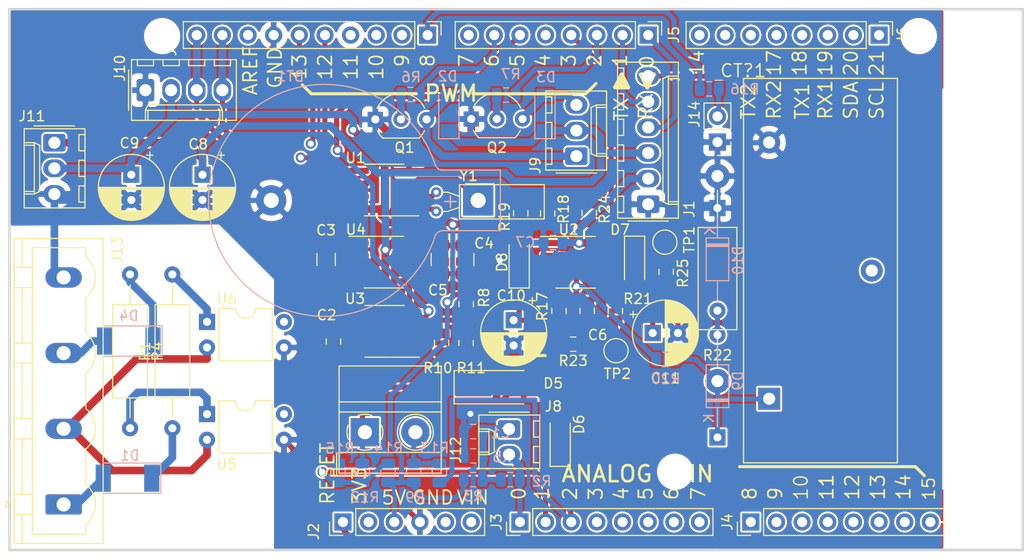
<source format=kicad_pcb>
(kicad_pcb (version 20171130) (host pcbnew 5.1.5+dfsg1-2build2)
  (layers (0 Top signal) (31 Bottom signal) (34 B.Paste user hide) (35 F.Paste user hide) (36 B.SilkS user) (37 F.SilkS user) (38 B.Mask user) (39 F.Mask user) (44 Edge.Cuts user))
  (net 0 "")
  (net 1 +5V)
  (net 2 GND)
  (net 3 +12V)
  (net 4 /L1_TEST)
  (net 5 /L2_TEST)
  (net 6 /N)
  (net 7 /PP_READ)
  (net 8 /PILOTREAD)
  (net 9 /AMP_READ)
  (net 10 "Net-(BT1-Pad1)")
  (net 11 /RST)
  (net 12 /TX)
  (net 13 /RX-I)
  (net 14 /GFCI_INT)
  (net 15 /PWM)
  (net 16 /SDA)
  (net 17 /SCL)
  (net 18 /AC_TEST_L1)
  (net 19 /AC_TEST_L2)
  (net 20 /PP)
  (net 21 /CP)
  (net 22 /AC_RELAY_1)
  (net 23 /GFCI_TEST)
  (net 24 /DC_RELAY_1)
  (net 25 /DC_RELAY_2)
  (net 26 "Net-(R21-Pad1)")
  (net 27 "Net-(U1-Pad7)")
  (net 28 "Net-(U1-Pad2)")
  (net 29 "Net-(U1-Pad1)")
  (net 30 "Net-(J2-Pad6)")
  (net 31 "Net-(J2-Pad5)")
  (net 32 "Net-(J2-Pad2)")
  (net 33 "Net-(Q1-Pad2)")
  (net 34 "Net-(Q2-Pad2)")
  (net 35 "Net-(J3-Pad8)")
  (net 36 "Net-(J3-Pad7)")
  (net 37 "Net-(J3-Pad6)")
  (net 38 "Net-(J3-Pad5)")
  (net 39 "Net-(J3-Pad4)")
  (net 40 "Net-(J4-Pad8)")
  (net 41 "Net-(J4-Pad7)")
  (net 42 "Net-(J4-Pad6)")
  (net 43 "Net-(J4-Pad5)")
  (net 44 "Net-(J4-Pad4)")
  (net 45 "Net-(J4-Pad3)")
  (net 46 "Net-(J4-Pad2)")
  (net 47 "Net-(J4-Pad1)")
  (net 48 "Net-(J5-Pad8)")
  (net 49 "Net-(J5-Pad5)")
  (net 50 "Net-(J6-Pad8)")
  (net 51 "Net-(J6-Pad7)")
  (net 52 "Net-(J6-Pad6)")
  (net 53 "Net-(J6-Pad5)")
  (net 54 "Net-(J6-Pad4)")
  (net 55 "Net-(J6-Pad3)")
  (net 56 "Net-(J6-Pad2)")
  (net 57 "Net-(J6-Pad1)")
  (net 58 "Net-(J7-Pad8)")
  (net 59 "Net-(J7-Pad3)")
  (net 60 "Net-(J7-Pad2)")
  (net 61 "Net-(C11-Pad1)")
  (net 62 "Net-(C1-Pad1)")
  (net 63 "Net-(C3-Pad2)")
  (net 64 "Net-(C3-Pad1)")
  (net 65 "Net-(C4-Pad1)")
  (net 66 "Net-(C10-Pad1)")
  (net 67 "Net-(C6-Pad1)")
  (net 68 "Net-(D1-Pad1)")
  (net 69 "Net-(D4-Pad1)")
  (net 70 "Net-(D10-Pad2)")
  (net 71 "Net-(D2-Pad2)")
  (net 72 "Net-(D3-Pad2)")
  (net 73 "Net-(D7-Pad2)")
  (net 74 "Net-(D8-Pad2)")
  (net 75 "Net-(R11-Pad1)")
  (net 76 "Net-(R10-Pad2)")
  (net 77 "Net-(U4-Pad7)")
  (net 78 "Net-(U4-Pad6)")
  (net 79 "Net-(U4-Pad1)")
  (net 80 "Net-(J14-Pad2)")
  (net 81 "Net-(R1-Pad2)")
  (net 82 "Net-(R4-Pad2)")
  (net 83 "Net-(CT?1-PadP$3)")
  (net 84 "Net-(CT?1-PadP$1)")
  (net 85 "Net-(U4-Pad3)")
  (module Resistor_THT:R_Axial_DIN0309_L9.0mm_D3.2mm_P15.24mm_Horizontal (layer Top) (at 113.411 119.7356 90)
    (fp_text reference R1 (at 7.62 -2.72 90) (layer F.SilkS))
    (fp_text value 330k)
    (pad 2 thru_hole oval (at 15.24 0 90) (size 1.6 1.6) (drill 0.8) (layers *.Cu *.Mask) (net 81 "Net-(R1-Pad2)"))
    (pad 1 thru_hole circle (at 0 0 90) (size 1.6 1.6) (drill 0.8) (layers *.Cu *.Mask) (net 68 "Net-(D1-Pad1)"))
  )
  (module Resistor_THT:R_Axial_DIN0309_L9.0mm_D3.2mm_P15.24mm_Horizontal (layer Top) (at 109.22 104.4956 270)
    (fp_text reference R4 (at 7.62 -2.72 90) (layer F.SilkS))
    (fp_text value 330k)
    (pad 2 thru_hole oval (at 15.24 0 270) (size 1.6 1.6) (drill 0.8) (layers *.Cu *.Mask) (net 82 "Net-(R4-Pad2)"))
    (pad 1 thru_hole circle (at 0 0 270) (size 1.6 1.6) (drill 0.8) (layers *.Cu *.Mask) (net 69 "Net-(D4-Pad1)"))
  )
  (module "" (layer Top) (at 163.195 124.0536)
    (fp_text reference @HOLE5 hide)
    (fp_text value "" (at 0 0) (layer F.SilkS) (effects (font (size 1.27 1.27))))
    (pad "" np_thru_hole circle (at 0 0) (size 3.2 3.2) (drill 3.2) (layers *.Cu *.Mask))
  )
  (module "" (layer Top) (at 187.325 80.8736)
    (fp_text reference @HOLE2 hide)
    (fp_text value "" (at 0 0) (layer F.SilkS) (effects (font (size 1.27 1.27))))
    (pad "" np_thru_hole circle (at 0 0) (size 3.2 3.2) (drill 3.2) (layers *.Cu *.Mask))
  )
  (module "" (layer Top) (at 112.395 80.8736)
    (fp_text reference @HOLE1 hide)
    (fp_text value "" (at 0 0) (layer F.SilkS) (effects (font (size 1.27 1.27))))
    (pad "" np_thru_hole circle (at 0 0) (size 3.2 3.2) (drill 3.2) (layers *.Cu *.Mask))
  )
  (module "" (layer Top) (at 111.125 129.1336)
    (fp_text reference @HOLE3 hide)
    (fp_text value "" (at 0 0) (layer F.SilkS) (effects (font (size 1.27 1.27))))
    (pad "" np_thru_hole circle (at 0 0) (size 3.2 3.2) (drill 3.2) (layers *.Cu *.Mask))
  )
  (module "" (layer Top) (at 193.675 129.1336)
    (fp_text reference @HOLE0 hide)
    (fp_text value "" (at 0 0) (layer F.SilkS) (effects (font (size 1.27 1.27))))
    (pad "" np_thru_hole circle (at 0 0) (size 3.2 3.2) (drill 3.2) (layers *.Cu *.Mask))
  )
  (module Diode_SMD:D_MELF (layer Bottom) (at 109.093 111.0996 180)
    (fp_text reference D4 (at 0 2.5) (layer B.SilkS) (effects (justify mirror)))
    (fp_text value SM4007)
    (pad 2 smd rect (at 2.4 0 180) (size 1.5 2.7) (layers Bottom B.Paste B.Mask) (net 5 /L2_TEST))
    (pad 1 smd rect (at -2.4 0 180) (size 1.5 2.7) (layers Bottom B.Paste B.Mask) (net 69 "Net-(D4-Pad1)"))
  )
  (module Package_DIP:DIP-4_W7.62mm (layer Top) (at 116.84 118.3386)
    (fp_text reference U5 (at 1.9685 4.9784) (layer F.SilkS))
    (fp_text value LTV-814)
    (pad 4 thru_hole oval (at 7.62 0) (size 1.6 1.6) (drill 0.8) (layers *.Cu *.Mask) (net 19 /AC_TEST_L2))
    (pad 2 thru_hole oval (at 0 2.54) (size 1.6 1.6) (drill 0.8) (layers *.Cu *.Mask) (net 6 /N))
    (pad 3 thru_hole oval (at 7.62 2.54) (size 1.6 1.6) (drill 0.8) (layers *.Cu *.Mask) (net 2 GND))
    (pad 1 thru_hole rect (at 0 0) (size 1.6 1.6) (drill 0.8) (layers *.Cu *.Mask) (net 82 "Net-(R4-Pad2)"))
  )
  (module Package_DIP:DIP-4_W7.62mm (layer Top) (at 116.84 109.1946)
    (fp_text reference U6 (at 1.9685 -2.2606) (layer F.SilkS))
    (fp_text value LTV-814)
    (pad 4 thru_hole oval (at 7.62 0) (size 1.6 1.6) (drill 0.8) (layers *.Cu *.Mask) (net 18 /AC_TEST_L1))
    (pad 2 thru_hole oval (at 0 2.54) (size 1.6 1.6) (drill 0.8) (layers *.Cu *.Mask) (net 6 /N))
    (pad 3 thru_hole oval (at 7.62 2.54) (size 1.6 1.6) (drill 0.8) (layers *.Cu *.Mask) (net 2 GND))
    (pad 1 thru_hole rect (at 0 0) (size 1.6 1.6) (drill 0.8) (layers *.Cu *.Mask) (net 81 "Net-(R1-Pad2)"))
  )
  (module Talema:AC1050 (layer Top) (at 172.5041 116.8146)
    (fp_text reference CT?1 (at -2.5781 -32.512 180) (layer F.SilkS) (effects (font (size 1.27 1.27))))
    (fp_text value AC1050 hide)
    (pad P$3 thru_hole circle (at 10.16 -12.7) (size 2.1844 2.1844) (drill 1.2) (layers *.Cu *.Mask) (net 83 "Net-(CT?1-PadP$3)"))
    (pad P$2 thru_hole circle (at 0 -25.4) (size 2.1844 2.1844) (drill 1.2) (layers *.Cu *.Mask) (net 2 GND))
    (pad P$1 thru_hole rect (at 0 0) (size 2.1844 2.1844) (drill 1.2) (layers *.Cu *.Mask) (net 84 "Net-(CT?1-PadP$1)"))
  )
  (module TerminalBlock_MetzConnect:TerminalBlock_MetzConnect_Type011_RT05502HBWC_1x02_P5.00mm_Horizontal (layer Top) (at 132.4737 120.1293)
    (fp_text reference J12 (at 9.0043 1.7653 90) (layer F.SilkS))
    (fp_text value PILOT)
    (pad 2 thru_hole circle (at 5 0) (size 2.8 2.8) (drill 1.4) (layers *.Cu *.Mask) (net 20 /PP))
    (pad 1 thru_hole rect (at 0 0) (size 2.8 2.8) (drill 1.4) (layers *.Cu *.Mask) (net 21 /CP))
  )
  (module Battery:BatteryHolder_Keystone_103_1x20mm (layer Bottom) (at 143.6878 97.155 180)
    (fp_text reference BT1 (at 18.5801 12.2936) (layer B.SilkS) (effects (justify mirror)))
    (fp_text value Battery_Cell)
    (fp_text user + (at 2.75 0) (layer B.SilkS) (effects (font (size 1.5 1.5)) (justify mirror)))
    (pad 1 thru_hole rect (at 0 0 180) (size 3 3) (drill 1.5) (layers *.Cu *.Mask) (net 10 "Net-(BT1-Pad1)"))
    (pad 2 thru_hole circle (at 20.49 0 180) (size 3 3) (drill 1.5) (layers *.Cu *.Mask) (net 2 GND))
  )
  (module Package_TO_SOT_THT:TO-92_Inline_Wide (layer Top) (at 133.5024 89.1286)
    (fp_text reference Q1 (at 2.8956 2.794) (layer F.SilkS))
    (fp_text value PN2222A)
    (pad 1 thru_hole rect (at 0 0 90) (size 1.5 1.5) (drill 0.8) (layers *.Cu *.Mask) (net 2 GND))
    (pad 3 thru_hole circle (at 5.08 0 90) (size 1.5 1.5) (drill 0.8) (layers *.Cu *.Mask) (net 71 "Net-(D2-Pad2)"))
    (pad 2 thru_hole circle (at 2.54 0 90) (size 1.5 1.5) (drill 0.8) (layers *.Cu *.Mask) (net 33 "Net-(Q1-Pad2)"))
  )
  (module Connector_PinHeader_2.54mm:PinHeader_1x02_P2.54mm_Vertical (layer Top) (at 167.386 91.3765 180)
    (fp_text reference J14 (at 2.286 2.7559 90) (layer F.SilkS))
    (fp_text value GFCI_TEST)
    (pad 2 thru_hole oval (at 0 2.54 180) (size 1.7 1.7) (drill 1) (layers *.Cu *.Mask) (net 80 "Net-(J14-Pad2)"))
    (pad 1 thru_hole rect (at 0 0 180) (size 1.7 1.7) (drill 1) (layers *.Cu *.Mask) (net 2 GND))
  )
  (module Package_SO:SOIC-8_3.9x4.9mm_P1.27mm (layer Top) (at 134.3533 103.2764)
    (fp_text reference U4 (at -2.7813 -3.2258) (layer F.SilkS))
    (fp_text value ICL7660)
    (pad 8 smd roundrect (at 2.475 -1.905) (size 1.95 0.6) (layers Top F.Paste F.Mask) (net 3 +12V))
    (pad 7 smd roundrect (at 2.475 -0.635) (size 1.95 0.6) (layers Top F.Paste F.Mask) (net 77 "Net-(U4-Pad7)"))
    (pad 6 smd roundrect (at 2.475 0.635) (size 1.95 0.6) (layers Top F.Paste F.Mask) (net 78 "Net-(U4-Pad6)"))
    (pad 5 smd roundrect (at 2.475 1.905) (size 1.95 0.6) (layers Top F.Paste F.Mask) (net 65 "Net-(C4-Pad1)"))
    (pad 4 smd roundrect (at -2.475 1.905) (size 1.95 0.6) (layers Top F.Paste F.Mask) (net 63 "Net-(C3-Pad2)"))
    (pad 3 smd roundrect (at -2.475 0.635) (size 1.95 0.6) (layers Top F.Paste F.Mask) (net 85 "Net-(U4-Pad3)"))
    (pad 2 smd roundrect (at -2.475 -0.635) (size 1.95 0.6) (layers Top F.Paste F.Mask) (net 64 "Net-(C3-Pad1)"))
    (pad 1 smd roundrect (at -2.475 -1.905) (size 1.95 0.6) (layers Top F.Paste F.Mask) (net 79 "Net-(U4-Pad1)"))
  )
  (module Package_SO:SOIC-8_3.9x4.9mm_P1.27mm (layer Top) (at 134.4168 110.1344 180)
    (fp_text reference U3 (at 2.921 3.2385) (layer F.SilkS))
    (fp_text value TL072)
    (pad 8 smd roundrect (at 2.475 -1.905 180) (size 1.95 0.6) (layers Top F.Paste F.Mask) (net 3 +12V))
    (pad 7 smd roundrect (at 2.475 -0.635 180) (size 1.95 0.6) (layers Top F.Paste F.Mask))
    (pad 6 smd roundrect (at 2.475 0.635 180) (size 1.95 0.6) (layers Top F.Paste F.Mask))
    (pad 5 smd roundrect (at 2.475 1.905 180) (size 1.95 0.6) (layers Top F.Paste F.Mask))
    (pad 4 smd roundrect (at -2.475 1.905 180) (size 1.95 0.6) (layers Top F.Paste F.Mask) (net 65 "Net-(C4-Pad1)"))
    (pad 3 smd roundrect (at -2.475 0.635 180) (size 1.95 0.6) (layers Top F.Paste F.Mask) (net 15 /PWM))
    (pad 2 smd roundrect (at -2.475 -0.635 180) (size 1.95 0.6) (layers Top F.Paste F.Mask) (net 75 "Net-(R11-Pad1)"))
    (pad 1 smd roundrect (at -2.475 -1.905 180) (size 1.95 0.6) (layers Top F.Paste F.Mask) (net 76 "Net-(R10-Pad2)"))
  )
  (module Crystal:Crystal_C38-LF_D3.0mm_L8.0mm_Horizontal (layer Top) (at 139.5349 98.2472 90)
    (fp_text reference Y1 (at 3.5306 3.2131) (layer F.SilkS))
    (fp_text value 32,768kHz)
    (pad 2 thru_hole circle (at 1.9 0 90) (size 1 1) (drill 0.5) (layers *.Cu *.Mask) (net 28 "Net-(U1-Pad2)"))
    (pad 1 thru_hole circle (at 0 0 90) (size 1 1) (drill 0.5) (layers *.Cu *.Mask) (net 29 "Net-(U1-Pad1)"))
  )
  (module Package_SO:SOIC-8_3.9x4.9mm_P1.27mm (layer Top) (at 134.366 96.1263 180)
    (fp_text reference U1 (at 2.8194 3.1877) (layer F.SilkS))
    (fp_text value DS1307Z+)
    (pad 8 smd roundrect (at 2.475 -1.905 180) (size 1.95 0.6) (layers Top F.Paste F.Mask) (net 1 +5V))
    (pad 7 smd roundrect (at 2.475 -0.635 180) (size 1.95 0.6) (layers Top F.Paste F.Mask) (net 27 "Net-(U1-Pad7)"))
    (pad 6 smd roundrect (at 2.475 0.635 180) (size 1.95 0.6) (layers Top F.Paste F.Mask) (net 17 /SCL))
    (pad 5 smd roundrect (at 2.475 1.905 180) (size 1.95 0.6) (layers Top F.Paste F.Mask) (net 16 /SDA))
    (pad 4 smd roundrect (at -2.475 1.905 180) (size 1.95 0.6) (layers Top F.Paste F.Mask) (net 2 GND))
    (pad 3 smd roundrect (at -2.475 0.635 180) (size 1.95 0.6) (layers Top F.Paste F.Mask) (net 10 "Net-(BT1-Pad1)"))
    (pad 2 smd roundrect (at -2.475 -0.635 180) (size 1.95 0.6) (layers Top F.Paste F.Mask) (net 28 "Net-(U1-Pad2)"))
    (pad 1 smd roundrect (at -2.475 -1.905 180) (size 1.95 0.6) (layers Top F.Paste F.Mask) (net 29 "Net-(U1-Pad1)"))
  )
  (module Package_SO:SOIC-8_3.9x4.9mm_P1.27mm (layer Top) (at 153.3398 103.2891)
    (fp_text reference U2 (at -0.6858 -3.2385) (layer F.SilkS))
    (fp_text value LM358)
    (pad 8 smd roundrect (at 2.475 -1.905) (size 1.95 0.6) (layers Top F.Paste F.Mask) (net 1 +5V))
    (pad 7 smd roundrect (at 2.475 -0.635) (size 1.95 0.6) (layers Top F.Paste F.Mask) (net 73 "Net-(D7-Pad2)"))
    (pad 6 smd roundrect (at 2.475 0.635) (size 1.95 0.6) (layers Top F.Paste F.Mask) (net 61 "Net-(C11-Pad1)"))
    (pad 5 smd roundrect (at 2.475 1.905) (size 1.95 0.6) (layers Top F.Paste F.Mask) (net 26 "Net-(R21-Pad1)"))
    (pad 4 smd roundrect (at -2.475 1.905) (size 1.95 0.6) (layers Top F.Paste F.Mask) (net 2 GND))
    (pad 3 smd roundrect (at -2.475 0.635) (size 1.95 0.6) (layers Top F.Paste F.Mask) (net 2 GND))
    (pad 2 smd roundrect (at -2.475 -0.635) (size 1.95 0.6) (layers Top F.Paste F.Mask) (net 67 "Net-(C6-Pad1)"))
    (pad 1 smd roundrect (at -2.475 -1.905) (size 1.95 0.6) (layers Top F.Paste F.Mask) (net 74 "Net-(D8-Pad2)"))
  )
  (module Connector_Phoenix_GMSTB:PhoenixContact_GMSTBVA_2,5_4-G_1x04_P7.50mm_Vertical (layer Top) (at 102.6414 127.2921 90)
    (fp_text reference J13 (at 25.2095 5.3086 270) (layer F.SilkS))
    (fp_text value MAINS)
    (pad 4 thru_hole oval (at 22.5 0 90) (size 2 3.6) (drill 1.4) (layers *.Cu *.Mask) (net 2 GND))
    (pad 3 thru_hole oval (at 15 0 90) (size 2 3.6) (drill 1.4) (layers *.Cu *.Mask) (net 5 /L2_TEST))
    (pad 2 thru_hole oval (at 7.5 0 90) (size 2 3.6) (drill 1.4) (layers *.Cu *.Mask) (net 6 /N))
    (pad 1 thru_hole roundrect (at 0 0 90) (size 2 3.6) (drill 1.4) (layers *.Cu *.Mask) (roundrect_rratio 0.125) (net 4 /L1_TEST))
  )
  (module Package_TO_SOT_THT:TO-92_Inline_Wide (layer Top) (at 143.002 89.0905)
    (fp_text reference Q2 (at 2.54 2.8321) (layer F.SilkS))
    (fp_text value PN2222A)
    (pad 1 thru_hole rect (at 0 0 90) (size 1.5 1.5) (drill 0.8) (layers *.Cu *.Mask) (net 2 GND))
    (pad 3 thru_hole circle (at 5.08 0 90) (size 1.5 1.5) (drill 0.8) (layers *.Cu *.Mask) (net 72 "Net-(D3-Pad2)"))
    (pad 2 thru_hole circle (at 2.54 0 90) (size 1.5 1.5) (drill 0.8) (layers *.Cu *.Mask) (net 34 "Net-(Q2-Pad2)"))
  )
  (module Diode_THT:D_DO-35_SOD27_P10.16mm_Horizontal (layer Bottom) (at 167.386 97.917 270)
    (fp_text reference D10 (at 5.1816 -2.032 90) (layer B.SilkS) (effects (justify mirror)))
    (fp_text value BZX55-4V7)
    (fp_text user K (at 2.2225 0.7112 270) (layer B.SilkS) (effects (justify mirror)))
    (pad 2 thru_hole oval (at 10.16 0 270) (size 1.6 1.6) (drill 0.8) (layers *.Cu *.Mask) (net 70 "Net-(D10-Pad2)"))
    (pad 1 thru_hole rect (at 0 0 270) (size 1.6 1.6) (drill 0.8) (layers *.Cu *.Mask) (net 2 GND))
  )
  (module Diode_THT:D_DO-35_SOD27_P10.16mm_Horizontal (layer Bottom) (at 167.386 120.65 90)
    (fp_text reference D9 (at 5.6134 2.032 270) (layer B.SilkS) (effects (justify mirror)))
    (fp_text value BZX55-4V7)
    (fp_text user K (at 1.8923 -0.8509 270) (layer B.SilkS) (effects (justify mirror)))
    (pad 2 thru_hole oval (at 10.16 0 90) (size 1.6 1.6) (drill 0.8) (layers *.Cu *.Mask) (net 70 "Net-(D10-Pad2)"))
    (pad 1 thru_hole rect (at 0 0 90) (size 1.6 1.6) (drill 0.8) (layers *.Cu *.Mask) (net 84 "Net-(CT?1-PadP$1)"))
  )
  (module Diode_SMD:D_MiniMELF (layer Top) (at 147.7518 103.2891 90)
    (fp_text reference D8 (at 0 -1.7018 90) (layer F.SilkS))
    (fp_text value LL4148)
    (pad 2 smd rect (at 1.75 0 90) (size 1.3 1.7) (layers Top F.Paste F.Mask) (net 74 "Net-(D8-Pad2)"))
    (pad 1 smd rect (at -1.75 0 90) (size 1.3 1.7) (layers Top F.Paste F.Mask) (net 66 "Net-(C10-Pad1)"))
  )
  (module Diode_SMD:D_MiniMELF (layer Top) (at 159.1818 103.251 270)
    (fp_text reference D7 (at -3.2004 1.4478 180) (layer F.SilkS))
    (fp_text value LL4148)
    (pad 2 smd rect (at 1.75 0 270) (size 1.3 1.7) (layers Top F.Paste F.Mask) (net 73 "Net-(D7-Pad2)"))
    (pad 1 smd rect (at -1.75 0 270) (size 1.3 1.7) (layers Top F.Paste F.Mask) (net 14 /GFCI_INT))
  )
  (module Diode_SMD:D_MiniMELF (layer Top) (at 151.8158 120.9675 90)
    (fp_text reference D6 (at 1.6129 1.8542 270) (layer F.SilkS))
    (fp_text value LL4148)
    (pad 2 smd rect (at 1.75 0 90) (size 1.3 1.7) (layers Top F.Paste F.Mask) (net 2 GND))
    (pad 1 smd rect (at -1.75 0 90) (size 1.3 1.7) (layers Top F.Paste F.Mask) (net 7 /PP_READ))
  )
  (module Diode_SMD:D_MiniMELF (layer Bottom) (at 150.3045 88.4835 90)
    (fp_text reference D3 (at 3.5459 0.1016 180) (layer B.SilkS) (effects (justify mirror)))
    (fp_text value LL4148)
    (pad 2 smd rect (at 1.75 0 90) (size 1.3 1.7) (layers Bottom B.Paste B.Mask) (net 72 "Net-(D3-Pad2)"))
    (pad 1 smd rect (at -1.75 0 90) (size 1.3 1.7) (layers Bottom B.Paste B.Mask) (net 3 +12V))
  )
  (module Diode_SMD:D_MiniMELF (layer Bottom) (at 140.7922 88.4936 90)
    (fp_text reference D2 (at 3.6322 -0.127 180) (layer B.SilkS) (effects (justify mirror)))
    (fp_text value LL4148)
    (pad 2 smd rect (at 1.75 0 90) (size 1.3 1.7) (layers Bottom B.Paste B.Mask) (net 71 "Net-(D2-Pad2)"))
    (pad 1 smd rect (at -1.75 0 90) (size 1.3 1.7) (layers Bottom B.Paste B.Mask) (net 3 +12V))
  )
  (module TestPoint:TestPoint_Pad_D2.0mm (layer Top) (at 157.3403 112.0521)
    (fp_text reference TP2 (at 0.1397 2.286) (layer F.SilkS))
    (fp_text value TestPoint_Alt)
    (pad 1 smd circle (at 0 0) (size 2 2) (layers Top F.Mask) (net 66 "Net-(C10-Pad1)"))
  )
  (module TestPoint:TestPoint_Pad_D2.0mm (layer Top) (at 162.179 101.2952)
    (fp_text reference TP1 (at 2.413 -0.2286 90) (layer F.SilkS))
    (fp_text value TestPoint_Alt)
    (pad 1 smd circle (at 0 0) (size 2 2) (layers Top F.Mask) (net 14 /GFCI_INT))
  )
  (module Diode_SMD:D_SMA_Handsoldering (layer Top) (at 145.7071 115.6716)
    (fp_text reference D5 (at 5.4102 -0.381) (layer F.SilkS))
    (fp_text value P6SMB16CA)
    (pad 2 smd rect (at 2.5 0) (size 3.5 1.8) (layers Top F.Paste F.Mask) (net 2 GND))
    (pad 1 smd rect (at -2.5 0) (size 3.5 1.8) (layers Top F.Paste F.Mask) (net 21 /CP))
  )
  (module Diode_SMD:D_MELF (layer Bottom) (at 108.966 124.6886 180)
    (fp_text reference D1 (at -0.2162 2.2606) (layer B.SilkS) (effects (justify mirror)))
    (fp_text value SM4007)
    (pad 2 smd rect (at 2.4 0 180) (size 1.5 2.7) (layers Bottom B.Paste B.Mask) (net 4 /L1_TEST))
    (pad 1 smd rect (at -2.4 0 180) (size 1.5 2.7) (layers Bottom B.Paste B.Mask) (net 68 "Net-(D1-Pad1)"))
  )
  (module Connector_Molex:Molex_KK-254_AE-6410-03A_1x03_P2.54mm_Vertical (layer Top) (at 101.727 91.44 270)
    (fp_text reference J11 (at -2.6289 2.2225 180) (layer F.SilkS))
    (fp_text value PSU)
    (pad 3 thru_hole oval (at 5.08 0 270) (size 1.74 2.2) (drill 1.2) (layers *.Cu *.Mask) (net 2 GND))
    (pad 2 thru_hole oval (at 2.54 0 270) (size 1.74 2.2) (drill 1.2) (layers *.Cu *.Mask) (net 1 +5V))
    (pad 1 thru_hole roundrect (at 0 0 270) (size 1.74 2.2) (drill 1.2) (layers *.Cu *.Mask) (roundrect_rratio 0.143678) (net 3 +12V))
  )
  (module Connector_Molex:Molex_KK-254_AE-6410-04A_1x04_P2.54mm_Vertical (layer Top) (at 110.744 86.233)
    (fp_text reference J10 (at -2.54 -2.1844 90) (layer F.SilkS))
    (fp_text value LCD)
    (pad 4 thru_hole oval (at 7.62 0) (size 1.74 2.2) (drill 1.2) (layers *.Cu *.Mask) (net 16 /SDA))
    (pad 3 thru_hole oval (at 5.08 0) (size 1.74 2.2) (drill 1.2) (layers *.Cu *.Mask) (net 17 /SCL))
    (pad 2 thru_hole oval (at 2.54 0) (size 1.74 2.2) (drill 1.2) (layers *.Cu *.Mask) (net 1 +5V))
    (pad 1 thru_hole roundrect (at 0 0) (size 1.74 2.2) (drill 1.2) (layers *.Cu *.Mask) (roundrect_rratio 0.143678) (net 2 GND))
  )
  (module Connector_Molex:Molex_KK-254_AE-6410-06A_1x06_P2.54mm_Vertical (layer Top) (at 160.528 97.536 90)
    (fp_text reference J1 (at -0.4826 4.064 90) (layer F.SilkS))
    (fp_text value COMMS)
    (pad 6 thru_hole oval (at 12.7 0 90) (size 1.74 2.2) (drill 1.2) (layers *.Cu *.Mask) (net 11 /RST))
    (pad 5 thru_hole oval (at 10.16 0 90) (size 1.74 2.2) (drill 1.2) (layers *.Cu *.Mask) (net 12 /TX))
    (pad 4 thru_hole oval (at 7.62 0 90) (size 1.74 2.2) (drill 1.2) (layers *.Cu *.Mask) (net 13 /RX-I))
    (pad 3 thru_hole oval (at 5.08 0 90) (size 1.74 2.2) (drill 1.2) (layers *.Cu *.Mask) (net 3 +12V))
    (pad 2 thru_hole oval (at 2.54 0 90) (size 1.74 2.2) (drill 1.2) (layers *.Cu *.Mask) (net 1 +5V))
    (pad 1 thru_hole roundrect (at 0 0 90) (size 1.74 2.2) (drill 1.2) (layers *.Cu *.Mask) (roundrect_rratio 0.143678) (net 2 GND))
  )
  (module Capacitor_THT:CP_Radial_D6.3mm_P2.50mm (layer Top) (at 160.9725 110.2995)
    (fp_text reference C11 (at 1.25 4.4831) (layer F.SilkS))
    (fp_text value 10u)
    (pad 2 thru_hole circle (at 2.5 0) (size 1.6 1.6) (drill 0.8) (layers *.Cu *.Mask) (net 2 GND))
    (pad 1 thru_hole rect (at 0 0) (size 1.6 1.6) (drill 0.8) (layers *.Cu *.Mask) (net 61 "Net-(C11-Pad1)"))
  )
  (module Capacitor_THT:CP_Radial_D6.3mm_P2.50mm (layer Top) (at 147.2057 109.0295 270)
    (fp_text reference C10 (at -2.4384 0.2413) (layer F.SilkS))
    (fp_text value 10u)
    (pad 2 thru_hole circle (at 2.5 0 270) (size 1.6 1.6) (drill 0.8) (layers *.Cu *.Mask) (net 2 GND))
    (pad 1 thru_hole rect (at 0 0 270) (size 1.6 1.6) (drill 0.8) (layers *.Cu *.Mask) (net 66 "Net-(C10-Pad1)"))
  )
  (module Capacitor_THT:CP_Radial_D6.3mm_P2.50mm (layer Top) (at 109.347 94.615 270)
    (fp_text reference C9 (at -3.1369 0.1905 180) (layer F.SilkS))
    (fp_text value 10u)
    (pad 2 thru_hole circle (at 2.5 0 270) (size 1.6 1.6) (drill 0.8) (layers *.Cu *.Mask) (net 2 GND))
    (pad 1 thru_hole rect (at 0 0 270) (size 1.6 1.6) (drill 0.8) (layers *.Cu *.Mask) (net 1 +5V))
  )
  (module Capacitor_THT:CP_Radial_D6.3mm_P2.50mm (layer Top) (at 116.3955 94.615 270)
    (fp_text reference C8 (at -3.0226 0.4318 180) (layer F.SilkS))
    (fp_text value 10u)
    (pad 2 thru_hole circle (at 2.5 0 270) (size 1.6 1.6) (drill 0.8) (layers *.Cu *.Mask) (net 2 GND))
    (pad 1 thru_hole rect (at 0 0 270) (size 1.6 1.6) (drill 0.8) (layers *.Cu *.Mask) (net 3 +12V))
  )
  (module Capacitor_SMD:C_0805_2012Metric (layer Bottom) (at 151.1023 101.3333 180)
    (fp_text reference C7 (at 2.7432 0.0254 180) (layer B.SilkS) (effects (justify mirror)))
    (fp_text value 0.1u)
    (pad 2 smd roundrect (at 0.9375 0 180) (size 0.975 1.4) (layers Bottom B.Paste B.Mask) (net 2 GND))
    (pad 1 smd roundrect (at -0.9375 0 180) (size 0.975 1.4) (layers Bottom B.Paste B.Mask) (net 1 +5V))
  )
  (module Capacitor_SMD:C_0805_2012Metric (layer Top) (at 154.4828 108.1151 270)
    (fp_text reference C6 (at 2.3749 -1.0414 180) (layer F.SilkS))
    (fp_text value 0.1u)
    (pad 2 smd roundrect (at 0.9375 0 270) (size 0.975 1.4) (layers Top F.Paste F.Mask) (net 66 "Net-(C10-Pad1)"))
    (pad 1 smd roundrect (at -0.9375 0 270) (size 0.975 1.4) (layers Top F.Paste F.Mask) (net 67 "Net-(C6-Pad1)"))
  )
  (module Capacitor_SMD:C_1206_3216Metric (layer Top) (at 139.9413 103.0254 90)
    (fp_text reference C5 (at -3.0323 -0.2413 180) (layer F.SilkS))
    (fp_text value 10u)
    (pad 2 smd roundrect (at 1.4 0 90) (size 1.25 1.75) (layers Top F.Paste F.Mask) (roundrect_rratio 0.2) (net 2 GND))
    (pad 1 smd roundrect (at -1.4 0 90) (size 1.25 1.75) (layers Top F.Paste F.Mask) (roundrect_rratio 0.2) (net 65 "Net-(C4-Pad1)"))
  )
  (module Capacitor_SMD:C_1206_3216Metric (layer Top) (at 142.3543 103.0224 90)
    (fp_text reference C4 (at 1.6129 1.9177 180) (layer F.SilkS))
    (fp_text value 10u)
    (pad 2 smd roundrect (at 1.4 0 90) (size 1.25 1.75) (layers Top F.Paste F.Mask) (roundrect_rratio 0.2) (net 2 GND))
    (pad 1 smd roundrect (at -1.4 0 90) (size 1.25 1.75) (layers Top F.Paste F.Mask) (roundrect_rratio 0.2) (net 65 "Net-(C4-Pad1)"))
  )
  (module Capacitor_SMD:C_1206_3216Metric (layer Top) (at 128.6383 103.0194 270)
    (fp_text reference C3 (at -2.9053 0.0127 180) (layer F.SilkS))
    (fp_text value 10u)
    (pad 2 smd roundrect (at 1.4 0 270) (size 1.25 1.75) (layers Top F.Paste F.Mask) (roundrect_rratio 0.2) (net 63 "Net-(C3-Pad2)"))
    (pad 1 smd roundrect (at -1.4 0 270) (size 1.25 1.75) (layers Top F.Paste F.Mask) (roundrect_rratio 0.2) (net 64 "Net-(C3-Pad1)"))
  )
  (module Capacitor_SMD:C_0805_2012Metric (layer Top) (at 129.3622 111.1504 270)
    (fp_text reference C2 (at -2.6289 0.6731 180) (layer F.SilkS))
    (fp_text value 0.1u)
    (pad 2 smd roundrect (at 0.9375 0 270) (size 0.975 1.4) (layers Top F.Paste F.Mask) (net 3 +12V))
    (pad 1 smd roundrect (at -0.9375 0 270) (size 0.975 1.4) (layers Top F.Paste F.Mask) (net 2 GND))
  )
  (module Capacitor_SMD:C_0805_2012Metric (layer Bottom) (at 143.1925 120.0658 180)
    (fp_text reference C1 (at -2.7305 -0.1397 180) (layer B.SilkS) (effects (justify mirror)))
    (fp_text value 0.1u)
    (pad 2 smd roundrect (at 0.9375 0 180) (size 0.975 1.4) (layers Bottom B.Paste B.Mask) (net 2 GND))
    (pad 1 smd roundrect (at -0.9375 0 180) (size 0.975 1.4) (layers Bottom B.Paste B.Mask) (net 62 "Net-(C1-Pad1)"))
  )
  (module Connector_Molex:Molex_KK-254_AE-6410-03A_1x03_P2.54mm_Vertical (layer Top) (at 153.416 92.7735 90)
    (fp_text reference J9 (at -0.9271 -4.064 90) (layer F.SilkS))
    (fp_text value DC_RELAY)
    (pad 3 thru_hole oval (at 5.08 0 90) (size 1.74 2.2) (drill 1.2) (layers *.Cu *.Mask) (net 72 "Net-(D3-Pad2)"))
    (pad 2 thru_hole oval (at 2.54 0 90) (size 1.74 2.2) (drill 1.2) (layers *.Cu *.Mask) (net 3 +12V))
    (pad 1 thru_hole roundrect (at 0 0 90) (size 1.74 2.2) (drill 1.2) (layers *.Cu *.Mask) (roundrect_rratio 0.143678) (net 71 "Net-(D2-Pad2)"))
  )
  (module Connector_Molex:Molex_KK-254_AE-6410-02A_1x02_P2.54mm_Vertical (layer Top) (at 146.7485 119.8118 270)
    (fp_text reference J8 (at -2.2352 -4.3815 180) (layer F.SilkS))
    (fp_text value AMP)
    (pad 2 thru_hole oval (at 2.54 0 270) (size 1.74 2.2) (drill 1.2) (layers *.Cu *.Mask) (net 9 /AMP_READ))
    (pad 1 thru_hole roundrect (at 0 0 270) (size 1.74 2.2) (drill 1.2) (layers *.Cu *.Mask) (roundrect_rratio 0.143678) (net 62 "Net-(C1-Pad1)"))
  )
  (module Resistor_THT:R_Axial_DIN0411_L9.9mm_D3.6mm_P20.32mm_Horizontal (layer Top) (at 167.386 115.062 90)
    (fp_text reference R22 (at 2.5654 0 180) (layer F.SilkS))
    (fp_text value 100)
    (pad 2 thru_hole oval (at 20.32 0 90) (size 2.4 2.4) (drill 1.2) (layers *.Cu *.Mask) (net 2 GND))
    (pad 1 thru_hole circle (at 0 0 90) (size 2.4 2.4) (drill 1.2) (layers *.Cu *.Mask) (net 84 "Net-(CT?1-PadP$1)"))
  )
  (module Connector_PinHeader_2.54mm:PinHeader_1x10_P2.54mm_Vertical (layer Top) (at 138.684 80.772 270)
    (fp_text reference J7 (at 1.2446 25.4 270) (layer F.SilkS))
    (fp_text value Conn_01x10 hide)
    (pad 10 thru_hole oval (at 0 22.86 270) (size 1.7 1.7) (drill 1) (layers *.Cu *.Mask) (net 17 /SCL))
    (pad 9 thru_hole oval (at 0 20.32 270) (size 1.7 1.7) (drill 1) (layers *.Cu *.Mask) (net 16 /SDA))
    (pad 8 thru_hole oval (at 0 17.78 270) (size 1.7 1.7) (drill 1) (layers *.Cu *.Mask) (net 58 "Net-(J7-Pad8)"))
    (pad 7 thru_hole oval (at 0 15.24 270) (size 1.7 1.7) (drill 1) (layers *.Cu *.Mask) (net 2 GND))
    (pad 6 thru_hole oval (at 0 12.7 270) (size 1.7 1.7) (drill 1) (layers *.Cu *.Mask) (net 19 /AC_TEST_L2))
    (pad 5 thru_hole oval (at 0 10.16 270) (size 1.7 1.7) (drill 1) (layers *.Cu *.Mask) (net 18 /AC_TEST_L1))
    (pad 4 thru_hole oval (at 0 7.62 270) (size 1.7 1.7) (drill 1) (layers *.Cu *.Mask) (net 22 /AC_RELAY_1))
    (pad 3 thru_hole oval (at 0 5.08 270) (size 1.7 1.7) (drill 1) (layers *.Cu *.Mask) (net 59 "Net-(J7-Pad3)"))
    (pad 2 thru_hole oval (at 0 2.54 270) (size 1.7 1.7) (drill 1) (layers *.Cu *.Mask) (net 60 "Net-(J7-Pad2)"))
    (pad 1 thru_hole rect (at 0 0 270) (size 1.7 1.7) (drill 1) (layers *.Cu *.Mask) (net 23 /GFCI_TEST))
  )
  (module Connector_PinHeader_2.54mm:PinHeader_1x08_P2.54mm_Vertical (layer Top) (at 183.388 80.772 270)
    (fp_text reference J6 (at 0 -2.33 90) (layer F.SilkS))
    (fp_text value Conn_01x08 hide)
    (pad 8 thru_hole oval (at 0 17.78 270) (size 1.7 1.7) (drill 1) (layers *.Cu *.Mask) (net 50 "Net-(J6-Pad8)"))
    (pad 7 thru_hole oval (at 0 15.24 270) (size 1.7 1.7) (drill 1) (layers *.Cu *.Mask) (net 51 "Net-(J6-Pad7)"))
    (pad 6 thru_hole oval (at 0 12.7 270) (size 1.7 1.7) (drill 1) (layers *.Cu *.Mask) (net 52 "Net-(J6-Pad6)"))
    (pad 5 thru_hole oval (at 0 10.16 270) (size 1.7 1.7) (drill 1) (layers *.Cu *.Mask) (net 53 "Net-(J6-Pad5)"))
    (pad 4 thru_hole oval (at 0 7.62 270) (size 1.7 1.7) (drill 1) (layers *.Cu *.Mask) (net 54 "Net-(J6-Pad4)"))
    (pad 3 thru_hole oval (at 0 5.08 270) (size 1.7 1.7) (drill 1) (layers *.Cu *.Mask) (net 55 "Net-(J6-Pad3)"))
    (pad 2 thru_hole oval (at 0 2.54 270) (size 1.7 1.7) (drill 1) (layers *.Cu *.Mask) (net 56 "Net-(J6-Pad2)"))
    (pad 1 thru_hole rect (at 0 0 270) (size 1.7 1.7) (drill 1) (layers *.Cu *.Mask) (net 57 "Net-(J6-Pad1)"))
  )
  (module Connector_PinHeader_2.54mm:PinHeader_1x08_P2.54mm_Vertical (layer Top) (at 160.528 80.772 270)
    (fp_text reference J5 (at -0.0254 -2.54 90) (layer F.SilkS))
    (fp_text value Conn_01x08 hide)
    (pad 8 thru_hole oval (at 0 17.78 270) (size 1.7 1.7) (drill 1) (layers *.Cu *.Mask) (net 48 "Net-(J5-Pad8)"))
    (pad 7 thru_hole oval (at 0 15.24 270) (size 1.7 1.7) (drill 1) (layers *.Cu *.Mask) (net 24 /DC_RELAY_1))
    (pad 6 thru_hole oval (at 0 12.7 270) (size 1.7 1.7) (drill 1) (layers *.Cu *.Mask) (net 15 /PWM))
    (pad 5 thru_hole oval (at 0 10.16 270) (size 1.7 1.7) (drill 1) (layers *.Cu *.Mask) (net 49 "Net-(J5-Pad5)"))
    (pad 4 thru_hole oval (at 0 7.62 270) (size 1.7 1.7) (drill 1) (layers *.Cu *.Mask) (net 14 /GFCI_INT))
    (pad 3 thru_hole oval (at 0 5.08 270) (size 1.7 1.7) (drill 1) (layers *.Cu *.Mask) (net 25 /DC_RELAY_2))
    (pad 2 thru_hole oval (at 0 2.54 270) (size 1.7 1.7) (drill 1) (layers *.Cu *.Mask) (net 12 /TX))
    (pad 1 thru_hole rect (at 0 0 270) (size 1.7 1.7) (drill 1) (layers *.Cu *.Mask) (net 13 /RX-I))
  )
  (module Connector_PinHeader_2.54mm:PinHeader_1x08_P2.54mm_Vertical (layer Top) (at 170.688 129.032 90)
    (fp_text reference J4 (at 0 -2.33 90) (layer F.SilkS))
    (fp_text value Conn_01x08)
    (pad 8 thru_hole oval (at 0 17.78 90) (size 1.7 1.7) (drill 1) (layers *.Cu *.Mask) (net 40 "Net-(J4-Pad8)"))
    (pad 7 thru_hole oval (at 0 15.24 90) (size 1.7 1.7) (drill 1) (layers *.Cu *.Mask) (net 41 "Net-(J4-Pad7)"))
    (pad 6 thru_hole oval (at 0 12.7 90) (size 1.7 1.7) (drill 1) (layers *.Cu *.Mask) (net 42 "Net-(J4-Pad6)"))
    (pad 5 thru_hole oval (at 0 10.16 90) (size 1.7 1.7) (drill 1) (layers *.Cu *.Mask) (net 43 "Net-(J4-Pad5)"))
    (pad 4 thru_hole oval (at 0 7.62 90) (size 1.7 1.7) (drill 1) (layers *.Cu *.Mask) (net 44 "Net-(J4-Pad4)"))
    (pad 3 thru_hole oval (at 0 5.08 90) (size 1.7 1.7) (drill 1) (layers *.Cu *.Mask) (net 45 "Net-(J4-Pad3)"))
    (pad 2 thru_hole oval (at 0 2.54 90) (size 1.7 1.7) (drill 1) (layers *.Cu *.Mask) (net 46 "Net-(J4-Pad2)"))
    (pad 1 thru_hole rect (at 0 0 90) (size 1.7 1.7) (drill 1) (layers *.Cu *.Mask) (net 47 "Net-(J4-Pad1)"))
  )
  (module Connector_PinHeader_2.54mm:PinHeader_1x08_P2.54mm_Vertical (layer Top) (at 147.828 129.032 90)
    (fp_text reference J3 (at 0 -2.33 90) (layer F.SilkS))
    (fp_text value Conn_01x08)
    (pad 8 thru_hole oval (at 0 17.78 90) (size 1.7 1.7) (drill 1) (layers *.Cu *.Mask) (net 35 "Net-(J3-Pad8)"))
    (pad 7 thru_hole oval (at 0 15.24 90) (size 1.7 1.7) (drill 1) (layers *.Cu *.Mask) (net 36 "Net-(J3-Pad7)"))
    (pad 6 thru_hole oval (at 0 12.7 90) (size 1.7 1.7) (drill 1) (layers *.Cu *.Mask) (net 37 "Net-(J3-Pad6)"))
    (pad 5 thru_hole oval (at 0 10.16 90) (size 1.7 1.7) (drill 1) (layers *.Cu *.Mask) (net 38 "Net-(J3-Pad5)"))
    (pad 4 thru_hole oval (at 0 7.62 90) (size 1.7 1.7) (drill 1) (layers *.Cu *.Mask) (net 39 "Net-(J3-Pad4)"))
    (pad 3 thru_hole oval (at 0 5.08 90) (size 1.7 1.7) (drill 1) (layers *.Cu *.Mask) (net 7 /PP_READ))
    (pad 2 thru_hole oval (at 0 2.54 90) (size 1.7 1.7) (drill 1) (layers *.Cu *.Mask) (net 8 /PILOTREAD))
    (pad 1 thru_hole rect (at 0 0 90) (size 1.7 1.7) (drill 1) (layers *.Cu *.Mask) (net 9 /AMP_READ))
  )
  (module Connector_PinHeader_2.54mm:PinHeader_1x06_P2.54mm_Vertical (layer Top) (at 130.302 129.032 90)
    (fp_text reference J2 (at -0.9525 -2.8956 90) (layer F.SilkS))
    (fp_text value Conn_01x06)
    (pad 6 thru_hole oval (at 0 12.7 90) (size 1.7 1.7) (drill 1) (layers *.Cu *.Mask) (net 30 "Net-(J2-Pad6)"))
    (pad 5 thru_hole oval (at 0 10.16 90) (size 1.7 1.7) (drill 1) (layers *.Cu *.Mask) (net 31 "Net-(J2-Pad5)"))
    (pad 4 thru_hole oval (at 0 7.62 90) (size 1.7 1.7) (drill 1) (layers *.Cu *.Mask) (net 2 GND))
    (pad 3 thru_hole oval (at 0 5.08 90) (size 1.7 1.7) (drill 1) (layers *.Cu *.Mask) (net 1 +5V))
    (pad 2 thru_hole oval (at 0 2.54 90) (size 1.7 1.7) (drill 1) (layers *.Cu *.Mask) (net 32 "Net-(J2-Pad2)"))
    (pad 1 thru_hole rect (at 0 0 90) (size 1.7 1.7) (drill 1) (layers *.Cu *.Mask) (net 11 /RST))
  )
  (module Resistor_SMD:R_0805_2012Metric (layer Top) (at 162.306 104.2416 270)
    (fp_text reference R25 (at 0.127 -1.65 90) (layer F.SilkS))
    (fp_text value 10k)
    (pad 2 smd roundrect (at 0.9375 0 270) (size 0.975 1.4) (layers Top F.Paste F.Mask) (net 2 GND))
    (pad 1 smd roundrect (at -0.9375 0 270) (size 0.975 1.4) (layers Top F.Paste F.Mask) (net 14 /GFCI_INT))
  )
  (module Resistor_SMD:R_0805_2012Metric (layer Top) (at 154.686 98.4019 90)
    (fp_text reference R24 (at 0.3833 1.524 270) (layer F.SilkS))
    (fp_text value 2k2)
    (pad 2 smd roundrect (at 0.9375 0 90) (size 0.975 1.4) (layers Top F.Paste F.Mask) (net 2 GND))
    (pad 1 smd roundrect (at -0.9375 0 90) (size 0.975 1.4) (layers Top F.Paste F.Mask) (net 61 "Net-(C11-Pad1)"))
  )
  (module Resistor_SMD:R_0805_2012Metric (layer Top) (at 153.0985 111.4044 180)
    (fp_text reference R23 (at 0 -1.65) (layer F.SilkS))
    (fp_text value 100k)
    (pad 2 smd roundrect (at 0.9375 0 180) (size 0.975 1.4) (layers Top F.Paste F.Mask) (net 2 GND))
    (pad 1 smd roundrect (at -0.9375 0 180) (size 0.975 1.4) (layers Top F.Paste F.Mask) (net 66 "Net-(C10-Pad1)"))
  )
  (module Resistor_SMD:R_0805_2012Metric (layer Top) (at 157.2768 108.1151 270)
    (fp_text reference R21 (at -1.2065 -2.2352 180) (layer F.SilkS))
    (fp_text value 100)
    (pad 2 smd roundrect (at 0.9375 0 270) (size 0.975 1.4) (layers Top F.Paste F.Mask) (net 66 "Net-(C10-Pad1)"))
    (pad 1 smd roundrect (at -0.9375 0 270) (size 0.975 1.4) (layers Top F.Paste F.Mask) (net 26 "Net-(R21-Pad1)"))
  )
  (module Resistor_SMD:R_0805_2012Metric (layer Bottom) (at 162.2552 112.903)
    (fp_text reference R20 (at 0.0127 1.9431) (layer B.SilkS) (effects (justify mirror)))
    (fp_text value 1k)
    (pad 2 smd roundrect (at 0.9375 0) (size 0.975 1.4) (layers Bottom B.Paste B.Mask) (net 84 "Net-(CT?1-PadP$1)"))
    (pad 1 smd roundrect (at -0.9375 0) (size 0.975 1.4) (layers Bottom B.Paste B.Mask) (net 67 "Net-(C6-Pad1)"))
  )
  (module Resistor_SMD:R_0805_2012Metric (layer Top) (at 147.9042 98.4273 270)
    (fp_text reference R19 (at 0.3533 1.6002 90) (layer F.SilkS))
    (fp_text value 10k)
    (pad 2 smd roundrect (at 0.9375 0 270) (size 0.975 1.4) (layers Top F.Paste F.Mask) (net 74 "Net-(D8-Pad2)"))
    (pad 1 smd roundrect (at -0.9375 0 270) (size 0.975 1.4) (layers Top F.Paste F.Mask) (net 1 +5V))
  )
  (module Resistor_SMD:R_0805_2012Metric (layer Top) (at 150.5712 98.4527 90)
    (fp_text reference R18 (at 0.4341 1.5748 270) (layer F.SilkS))
    (fp_text value 10k)
    (pad 2 smd roundrect (at 0.9375 0 90) (size 0.975 1.4) (layers Top F.Paste F.Mask) (net 61 "Net-(C11-Pad1)"))
    (pad 1 smd roundrect (at -0.9375 0 90) (size 0.975 1.4) (layers Top F.Paste F.Mask) (net 1 +5V))
  )
  (module Resistor_SMD:R_0805_2012Metric (layer Top) (at 151.6888 108.1151 90)
    (fp_text reference R17 (at 0.4445 -1.65 90) (layer F.SilkS))
    (fp_text value 40k)
    (pad 2 smd roundrect (at 0.9375 0 90) (size 0.975 1.4) (layers Top F.Paste F.Mask) (net 67 "Net-(C6-Pad1)"))
    (pad 1 smd roundrect (at -0.9375 0 90) (size 0.975 1.4) (layers Top F.Paste F.Mask) (net 66 "Net-(C10-Pad1)"))
  )
  (module Resistor_SMD:R_0805_2012Metric (layer Bottom) (at 166.5755 86.106)
    (fp_text reference R16 (at 3.5156 0.0381) (layer B.SilkS) (effects (justify mirror)))
    (fp_text value 330)
    (pad 2 smd roundrect (at 0.9375 0) (size 0.975 1.4) (layers Bottom B.Paste B.Mask) (net 80 "Net-(J14-Pad2)"))
    (pad 1 smd roundrect (at -0.9375 0) (size 0.975 1.4) (layers Bottom B.Paste B.Mask) (net 23 /GFCI_TEST))
  )
  (module Resistor_SMD:R_0805_2012Metric (layer Bottom) (at 129.8194 124.1679 90)
    (fp_text reference R15 (at 2.4257 0.1651 180) (layer B.SilkS) (effects (justify mirror)))
    (fp_text value 100k)
    (pad 2 smd roundrect (at 0.9375 0 90) (size 0.975 1.4) (layers Bottom B.Paste B.Mask) (net 2 GND))
    (pad 1 smd roundrect (at -0.9375 0 90) (size 0.975 1.4) (layers Bottom B.Paste B.Mask) (net 8 /PILOTREAD))
  )
  (module Resistor_SMD:R_0805_2012Metric (layer Bottom) (at 134.7724 124.1679 90)
    (fp_text reference R14 (at 2.4765 0.0508 180) (layer B.SilkS) (effects (justify mirror)))
    (fp_text value 56k)
    (pad 2 smd roundrect (at 0.9375 0 90) (size 0.975 1.4) (layers Bottom B.Paste B.Mask) (net 8 /PILOTREAD))
    (pad 1 smd roundrect (at -0.9375 0 90) (size 0.975 1.4) (layers Bottom B.Paste B.Mask) (net 1 +5V))
  )
  (module Resistor_SMD:R_0805_2012Metric (layer Bottom) (at 139.8524 124.1679 270)
    (fp_text reference R13 (at -2.4765 0.4826) (layer B.SilkS) (effects (justify mirror)))
    (fp_text value 10k)
    (pad 2 smd roundrect (at 0.9375 0 270) (size 0.975 1.4) (layers Bottom B.Paste B.Mask) (net 7 /PP_READ))
    (pad 1 smd roundrect (at -0.9375 0 270) (size 0.975 1.4) (layers Bottom B.Paste B.Mask) (net 20 /PP))
  )
  (module Resistor_SMD:R_0805_2012Metric (layer Bottom) (at 132.2324 124.1679 270)
    (fp_text reference R12 (at 2.413 -0.2286) (layer B.SilkS) (effects (justify mirror)))
    (fp_text value 200k)
    (pad 2 smd roundrect (at 0.9375 0 270) (size 0.975 1.4) (layers Bottom B.Paste B.Mask) (net 8 /PILOTREAD))
    (pad 1 smd roundrect (at -0.9375 0 270) (size 0.975 1.4) (layers Bottom B.Paste B.Mask) (net 21 /CP))
  )
  (module Resistor_SMD:R_0805_2012Metric (layer Top) (at 142.494 111.2901 270)
    (fp_text reference R11 (at 2.4765 -0.508) (layer F.SilkS))
    (fp_text value 100k)
    (pad 2 smd roundrect (at 0.9375 0 270) (size 0.975 1.4) (layers Top F.Paste F.Mask) (net 2 GND))
    (pad 1 smd roundrect (at -0.9375 0 270) (size 0.975 1.4) (layers Top F.Paste F.Mask) (net 75 "Net-(R11-Pad1)"))
  )
  (module Resistor_SMD:R_0805_2012Metric (layer Top) (at 140.0683 111.2774 90)
    (fp_text reference R10 (at -2.4892 -0.3683 180) (layer F.SilkS))
    (fp_text value 620)
    (pad 2 smd roundrect (at 0.9375 0 90) (size 0.975 1.4) (layers Top F.Paste F.Mask) (net 76 "Net-(R10-Pad2)"))
    (pad 1 smd roundrect (at -0.9375 0 90) (size 0.975 1.4) (layers Top F.Paste F.Mask) (net 21 /CP))
  )
  (module Resistor_SMD:R_0805_2012Metric (layer Bottom) (at 137.3124 124.1679 90)
    (fp_text reference R9 (at -2.413 0.127) (layer B.SilkS) (effects (justify mirror)))
    (fp_text value 1k)
    (pad 2 smd roundrect (at 0.9375 0 90) (size 0.975 1.4) (layers Bottom B.Paste B.Mask) (net 20 /PP))
    (pad 1 smd roundrect (at -0.9375 0 90) (size 0.975 1.4) (layers Bottom B.Paste B.Mask) (net 1 +5V))
  )
  (module Resistor_SMD:R_0805_2012Metric (layer Top) (at 142.5067 107.442 270)
    (fp_text reference R8 (at -0.6477 -1.7653 90) (layer F.SilkS))
    (fp_text value 100k)
    (pad 2 smd roundrect (at 0.9375 0 270) (size 0.975 1.4) (layers Top F.Paste F.Mask) (net 75 "Net-(R11-Pad1)"))
    (pad 1 smd roundrect (at -0.9375 0 270) (size 0.975 1.4) (layers Top F.Paste F.Mask) (net 1 +5V))
  )
  (module Resistor_SMD:R_0805_2012Metric (layer Bottom) (at 146.4587 86.7156)
    (fp_text reference R7 (at 0.4676 -2.0701 180) (layer B.SilkS) (effects (justify mirror)))
    (fp_text value 330)
    (pad 2 smd roundrect (at 0.9375 0) (size 0.975 1.4) (layers Bottom B.Paste B.Mask) (net 25 /DC_RELAY_2))
    (pad 1 smd roundrect (at -0.9375 0) (size 0.975 1.4) (layers Bottom B.Paste B.Mask) (net 34 "Net-(Q2-Pad2)"))
  )
  (module Resistor_SMD:R_0805_2012Metric (layer Bottom) (at 136.9845 86.6648)
    (fp_text reference R6 (at 0.0612 -1.7272 180) (layer B.SilkS) (effects (justify mirror)))
    (fp_text value 330)
    (pad 2 smd roundrect (at 0.9375 0) (size 0.975 1.4) (layers Bottom B.Paste B.Mask) (net 24 /DC_RELAY_1))
    (pad 1 smd roundrect (at -0.9375 0) (size 0.975 1.4) (layers Bottom B.Paste B.Mask) (net 33 "Net-(Q1-Pad2)"))
  )
  (module Resistor_SMD:R_0805_2012Metric (layer Bottom) (at 143.2075 122.4788 180)
    (fp_text reference R5 (at -2.8679 -0.1016 180) (layer B.SilkS) (effects (justify mirror)))
    (fp_text value 100k)
    (pad 2 smd roundrect (at 0.9375 0 180) (size 0.975 1.4) (layers Bottom B.Paste B.Mask) (net 2 GND))
    (pad 1 smd roundrect (at -0.9375 0 180) (size 0.975 1.4) (layers Bottom B.Paste B.Mask) (net 62 "Net-(C1-Pad1)"))
  )
  (module Resistor_SMD:R_0805_2012Metric (layer Bottom) (at 143.1925 124.8283)
    (fp_text reference R3 (at 0 1.65 180) (layer B.SilkS) (effects (justify mirror)))
    (fp_text value 100k)
    (pad 2 smd roundrect (at 0.9375 0) (size 0.975 1.4) (layers Bottom B.Paste B.Mask) (net 62 "Net-(C1-Pad1)"))
    (pad 1 smd roundrect (at -0.9375 0) (size 0.975 1.4) (layers Bottom B.Paste B.Mask) (net 1 +5V))
  )
  (module Resistor_SMD:R_0805_2012Metric (layer Bottom) (at 146.8755 124.8283 180)
    (fp_text reference R2 (at -3.0988 -0.1651 180) (layer B.SilkS) (effects (justify mirror)))
    (fp_text value 22)
    (pad 2 smd roundrect (at 0.9375 0 180) (size 0.975 1.4) (layers Bottom B.Paste B.Mask) (net 62 "Net-(C1-Pad1)"))
    (pad 1 smd roundrect (at -0.9375 0 180) (size 0.975 1.4) (layers Bottom B.Paste B.Mask) (net 9 /AMP_READ))
  )
  (gr_line (start 197.612 131.8006) (end 197.612 78.2066) (layer Edge.Cuts) (width 0.254))
  (gr_line (start 97.282 78.2066) (end 197.612 78.2066) (layer Edge.Cuts) (width 0.254))
  (gr_line (start 197.612 131.8006) (end 97.282 131.8006) (layer Edge.Cuts) (width 0.254))
  (gr_line (start 97.282 131.8006) (end 97.282 78.2066) (layer Edge.Cuts) (width 0.254))
  (gr_line (start 143.1671 86.5886) (end 154.3431 86.5886) (layer F.SilkS) (width 0.3048))
  (gr_line (start 154.3431 86.5886) (end 155.3591 85.5726) (layer F.SilkS) (width 0.3048))
  (gr_line (start 137.5791 86.5886) (end 127.1651 86.5886) (layer F.SilkS) (width 0.3048))
  (gr_line (start 127.1651 86.5886) (end 126.2761 85.6996) (layer F.SilkS) (width 0.3048))
  (gr_line (start 150.3299 112.5347) (end 148.2979 112.5347) (layer F.SilkS) (width 0.3048))
  (gr_line (start 157.2641 85.9536) (end 157.8991 84.6836) (layer F.SilkS) (width 0.4064))
  (gr_line (start 157.8991 84.6836) (end 158.5341 85.9536) (layer F.SilkS) (width 0.4064))
  (gr_line (start 157.8991 85.9536) (end 157.2641 85.9536) (layer F.SilkS) (width 0.4064))
  (gr_line (start 157.2641 85.9536) (end 157.8991 85.3186) (layer F.SilkS) (width 0.4064))
  (gr_line (start 157.8991 85.3186) (end 157.8991 85.9536) (layer F.SilkS) (width 0.4064))
  (gr_line (start 157.8991 85.9536) (end 158.5341 85.9536) (layer F.SilkS) (width 0.4064))
  (gr_line (start 158.5341 85.9536) (end 157.8991 85.3186) (layer F.SilkS) (width 0.4064))
  (gr_line (start 159.8041 84.6836) (end 160.4391 84.6836) (layer F.SilkS) (width 0.4064))
  (gr_line (start 161.0741 84.6836) (end 160.4391 85.9536) (layer F.SilkS) (width 0.4064))
  (gr_line (start 160.4391 85.9536) (end 159.8041 84.6836) (layer F.SilkS) (width 0.4064))
  (gr_line (start 159.8041 84.6836) (end 160.4391 85.3186) (layer F.SilkS) (width 0.4064))
  (gr_line (start 160.4391 85.3186) (end 161.0741 84.6836) (layer F.SilkS) (width 0.4064))
  (gr_line (start 161.0741 84.6836) (end 160.4391 84.6836) (layer F.SilkS) (width 0.4064))
  (gr_line (start 160.4391 84.6836) (end 160.4391 85.3186) (layer F.SilkS) (width 0.4064))
  (gr_text TX (at 158.6611 89.3826 90) (layer F.SilkS) (effects (font (size 1.35128 1.35128) (thickness 0.170688)) (justify left bottom)))
  (gr_text RX (at 161.0741 89.2556 90) (layer F.SilkS) (effects (font (size 1.35128 1.35128) (thickness 0.170688)) (justify left bottom)))
  (gr_text 0 (at 161.2011 84.1756 90) (layer F.SilkS) (effects (font (size 1.35128 1.35128) (thickness 0.170688)) (justify left bottom)))
  (gr_text 1 (at 158.5341 84.0486 90) (layer F.SilkS) (effects (font (size 1.35128 1.35128) (thickness 0.170688)) (justify left bottom)))
  (gr_text 2 (at 155.9941 84.0486 90) (layer F.SilkS) (effects (font (size 1.35128 1.35128) (thickness 0.170688)) (justify left bottom)))
  (gr_text 3 (at 153.4541 84.0486 90) (layer F.SilkS) (effects (font (size 1.35128 1.35128) (thickness 0.170688)) (justify left bottom)))
  (gr_text 4 (at 150.9141 84.0486 90) (layer F.SilkS) (effects (font (size 1.35128 1.35128) (thickness 0.170688)) (justify left bottom)))
  (gr_text 5 (at 148.3741 84.0486 90) (layer F.SilkS) (effects (font (size 1.35128 1.35128) (thickness 0.170688)) (justify left bottom)))
  (gr_text 6 (at 145.8341 84.0486 90) (layer F.SilkS) (effects (font (size 1.35128 1.35128) (thickness 0.170688)) (justify left bottom)))
  (gr_text 7 (at 143.2941 84.0486 90) (layer F.SilkS) (effects (font (size 1.35128 1.35128) (thickness 0.170688)) (justify left bottom)))
  (gr_text 8 (at 139.4841 84.0486 90) (layer F.SilkS) (effects (font (size 1.35128 1.35128) (thickness 0.170688)) (justify left bottom)))
  (gr_text 9 (at 136.9441 84.0486 90) (layer F.SilkS) (effects (font (size 1.35128 1.35128) (thickness 0.170688)) (justify left bottom)))
  (gr_text 10 (at 134.4041 85.3186 90) (layer F.SilkS) (effects (font (size 1.35128 1.35128) (thickness 0.170688)) (justify left bottom)))
  (gr_text 11 (at 131.8641 85.3186 90) (layer F.SilkS) (effects (font (size 1.35128 1.35128) (thickness 0.170688)) (justify left bottom)))
  (gr_text 12 (at 129.3241 85.3186 90) (layer F.SilkS) (effects (font (size 1.35128 1.35128) (thickness 0.170688)) (justify left bottom)))
  (gr_text 13 (at 126.7841 85.3186 90) (layer F.SilkS) (effects (font (size 1.35128 1.35128) (thickness 0.170688)) (justify left bottom)))
  (gr_text PWM (at 138.2141 87.4776) (layer F.SilkS) (effects (font (size 1.59258 1.59258) (thickness 0.25146)) (justify left bottom)))
  (gr_text AREF (at 121.92 86.8426 90) (layer F.SilkS) (effects (font (size 1.35128 1.35128) (thickness 0.170688)) (justify left bottom)))
  (gr_text GND (at 124.3521 86.1954 90) (layer F.SilkS) (effects (font (size 1.35128 1.35128) (thickness 0.170688)) (justify left bottom)))
  (gr_line (start 169.5831 123.5456) (end 186.9821 123.5456) (layer F.SilkS) (width 0.3048))
  (gr_line (start 186.9821 123.5456) (end 187.8711 124.4346) (layer F.SilkS) (width 0.3048))
  (gr_text "ANALOG   IN" (at 151.8031 125.1966) (layer F.SilkS) (effects (font (size 1.59258 1.59258) (thickness 0.25146)) (justify left bottom)))
  (gr_text RESET (at 129.5483 127.4196 90) (layer F.SilkS) (effects (font (size 1.35128 1.35128) (thickness 0.170688)) (justify left bottom)))
  (gr_text 3V3 (at 132.7233 127.4196 90) (layer F.SilkS) (effects (font (size 1.35128 1.35128) (thickness 0.170688)) (justify left bottom)))
  (gr_text 5V (at 134.0099 127.402) (layer F.SilkS) (effects (font (size 1.35128 1.35128) (thickness 0.170688)) (justify left bottom)))
  (gr_text VIN (at 141.4267 127.402) (layer F.SilkS) (effects (font (size 1.35128 1.35128) (thickness 0.170688)) (justify left bottom)))
  (gr_text GND (at 137.0579 127.402) (layer F.SilkS) (effects (font (size 1.35128 1.35128) (thickness 0.170688)) (justify left bottom)))
  (gr_text 0 (at 148.5011 126.9746 90) (layer F.SilkS) (effects (font (size 1.35128 1.35128) (thickness 0.170688)) (justify left bottom)))
  (gr_text 1 (at 150.7871 126.9746 90) (layer F.SilkS) (effects (font (size 1.35128 1.35128) (thickness 0.170688)) (justify left bottom)))
  (gr_text 2 (at 153.5811 126.9746 90) (layer F.SilkS) (effects (font (size 1.35128 1.35128) (thickness 0.170688)) (justify left bottom)))
  (gr_text 3 (at 156.1211 126.9746 90) (layer F.SilkS) (effects (font (size 1.35128 1.35128) (thickness 0.170688)) (justify left bottom)))
  (gr_text 4 (at 158.6611 126.9746 90) (layer F.SilkS) (effects (font (size 1.35128 1.35128) (thickness 0.170688)) (justify left bottom)))
  (gr_text 5 (at 161.0741 126.9746 90) (layer F.SilkS) (effects (font (size 1.35128 1.35128) (thickness 0.170688)) (justify left bottom)))
  (gr_text 6 (at 163.6141 126.9746 90) (layer F.SilkS) (effects (font (size 1.35128 1.35128) (thickness 0.170688)) (justify left bottom)))
  (gr_text 7 (at 166.2811 126.9746 90) (layer F.SilkS) (effects (font (size 1.35128 1.35128) (thickness 0.170688)) (justify left bottom)))
  (gr_text SDA (at 181.3941 89.2556 90) (layer F.SilkS) (effects (font (size 1.35128 1.35128) (thickness 0.170688)) (justify left bottom)))
  (gr_text SCL (at 183.9341 89.2556 90) (layer F.SilkS) (effects (font (size 1.35128 1.35128) (thickness 0.170688)) (justify left bottom)))
  (gr_text 8 (at 171.3611 126.9746 90) (layer F.SilkS) (effects (font (size 1.35128 1.35128) (thickness 0.170688)) (justify left bottom)))
  (gr_text 9 (at 173.9011 126.9746 90) (layer F.SilkS) (effects (font (size 1.35128 1.35128) (thickness 0.170688)) (justify left bottom)))
  (gr_text 10 (at 176.4411 126.9746 90) (layer F.SilkS) (effects (font (size 1.35128 1.35128) (thickness 0.14224)) (justify left bottom)))
  (gr_text 11 (at 178.9811 126.9746 90) (layer F.SilkS) (effects (font (size 1.35128 1.35128) (thickness 0.170688)) (justify left bottom)))
  (gr_text 12 (at 181.5211 126.9746 90) (layer F.SilkS) (effects (font (size 1.35128 1.35128) (thickness 0.170688)) (justify left bottom)))
  (gr_text 13 (at 184.0611 126.9746 90) (layer F.SilkS) (effects (font (size 1.35128 1.35128) (thickness 0.170688)) (justify left bottom)))
  (gr_text 14 (at 186.6011 126.9746 90) (layer F.SilkS) (effects (font (size 1.35128 1.35128) (thickness 0.170688)) (justify left bottom)))
  (gr_text 15 (at 189.0141 126.9746 90) (layer F.SilkS) (effects (font (size 1.2065 1.2065) (thickness 0.1524)) (justify left bottom)))
  (gr_text TX2 (at 171.2341 89.2556 90) (layer F.SilkS) (effects (font (size 1.35128 1.35128) (thickness 0.170688)) (justify left bottom)))
  (gr_text RX2 (at 173.7741 89.2556 90) (layer F.SilkS) (effects (font (size 1.35128 1.35128) (thickness 0.170688)) (justify left bottom)))
  (gr_text RX1 (at 178.8541 89.2556 90) (layer F.SilkS) (effects (font (size 1.35128 1.35128) (thickness 0.170688)) (justify left bottom)))
  (gr_text TX1 (at 176.5681 89.2556 90) (layer F.SilkS) (effects (font (size 1.35128 1.35128) (thickness 0.170688)) (justify left bottom)))
  (gr_text 14 (at 166.1541 84.9376 90) (layer F.SilkS) (effects (font (size 1.35128 1.35128) (thickness 0.170688)) (justify left bottom)))
  (gr_text 17 (at 173.7741 84.9376 90) (layer F.SilkS) (effects (font (size 1.35128 1.35128) (thickness 0.170688)) (justify left bottom)))
  (gr_text 18 (at 176.3141 84.9376 90) (layer F.SilkS) (effects (font (size 1.35128 1.35128) (thickness 0.170688)) (justify left bottom)))
  (gr_text 19 (at 178.8541 84.9376 90) (layer F.SilkS) (effects (font (size 1.35128 1.35128) (thickness 0.170688)) (justify left bottom)))
  (gr_text 20 (at 181.3941 84.9376 90) (layer F.SilkS) (effects (font (size 1.35128 1.35128) (thickness 0.170688)) (justify left bottom)))
  (gr_text 21 (at 183.9341 84.9376 90) (layer F.SilkS) (effects (font (size 1.35128 1.35128) (thickness 0.170688)) (justify left bottom)))
  (gr_text "(C)2023 Michal Pytel" (at 188.7601 125.5776 90) (layer Top) (effects (font (size 2.413 2.413) (thickness 0.2032)) (justify left bottom)))
  (segment (start 108.712 93.98) (end 109.347 94.615) (width 0.762) (layer Bottom) (net 1))
  (segment (start 101.727 93.98) (end 108.712 93.98) (width 0.762) (layer Bottom) (net 1))
  (via (at 140.6398 107.2388) (size 1) (drill 0.6) (layers Top Bottom) (net 1))
  (segment (start 142.5067 106.5045) (end 141.3741 106.5045) (width 0.508) (layer Top) (net 1))
  (segment (start 141.3741 106.5045) (end 140.6398 107.2388) (width 0.508) (layer Top) (net 1))
  (segment (start 135.382 125.715) (end 134.7724 125.1054) (width 0.508) (layer Bottom) (net 1))
  (segment (start 135.382 129.032) (end 135.382 125.715) (width 0.508) (layer Bottom) (net 1))
  (segment (start 135.8519 125.1204) (end 137.3124 125.1054) (width 0.508) (layer Bottom) (net 1))
  (segment (start 134.7724 125.1054) (end 135.8519 125.1204) (width 0.508) (layer Bottom) (net 1))
  (segment (start 136.0932 124.8791) (end 135.8519 125.1204) (width 0.508) (layer Bottom) (net 1))
  (segment (start 136.0932 122.4788) (end 136.0932 124.8791) (width 0.508) (layer Bottom) (net 1))
  (segment (start 134.9883 116.5606) (end 134.9883 121.3739) (width 0.508) (layer Bottom) (net 1))
  (segment (start 134.9883 121.3739) (end 136.0932 122.4788) (width 0.508) (layer Bottom) (net 1))
  (segment (start 140.6398 110.9091) (end 134.9883 116.5606) (width 0.508) (layer Bottom) (net 1))
  (segment (start 140.6398 107.2388) (end 140.6398 110.9091) (width 0.508) (layer Bottom) (net 1))
  (segment (start 150.1394 99.3902) (end 150.5712 99.3902) (width 0.762) (layer Top) (net 1))
  (segment (start 148.239 97.4898) (end 150.1394 99.3902) (width 0.762) (layer Top) (net 1))
  (segment (start 147.9042 97.4898) (end 148.239 97.4898) (width 0.762) (layer Top) (net 1))
  (segment (start 155.8021 101.3714) (end 155.8148 101.3841) (width 0.762) (layer Top) (net 1))
  (segment (start 150.5712 99.3902) (end 151.7142 99.3902) (width 0.762) (layer Top) (net 1))
  (segment (start 151.7142 99.3902) (end 153.6954 101.3714) (width 0.762) (layer Top) (net 1))
  (segment (start 153.6954 101.3714) (end 155.8021 101.3714) (width 0.762) (layer Top) (net 1))
  (segment (start 109.347 94.615) (end 109.347 93.0402) (width 0.762) (layer Bottom) (net 1))
  (segment (start 113.284 89.1032) (end 113.284 86.233) (width 0.762) (layer Bottom) (net 1))
  (segment (start 109.347 93.0402) (end 113.284 89.1032) (width 0.762) (layer Bottom) (net 1))
  (via (at 153.6954 101.3714) (size 1) (drill 0.6) (layers Top Bottom) (net 1))
  (segment (start 153.6954 99.9666) (end 153.6954 101.3714) (width 0.762) (layer Bottom) (net 1))
  (segment (start 158.666 94.996) (end 153.6954 99.9666) (width 0.762) (layer Bottom) (net 1))
  (segment (start 160.528 94.996) (end 158.666 94.996) (width 0.762) (layer Bottom) (net 1))
  (segment (start 153.6573 101.3333) (end 153.6954 101.3714) (width 0.762) (layer Bottom) (net 1))
  (segment (start 152.0398 101.3333) (end 153.6573 101.3333) (width 0.762) (layer Bottom) (net 1))
  (segment (start 131.891 98.0313) (end 132.3848 98.0313) (width 0.762) (layer Top) (net 1))
  (segment (start 132.3975 98.0186) (end 134.1374 98.0186) (width 0.762) (layer Top) (net 1))
  (segment (start 132.3848 98.0313) (end 132.3975 98.0186) (width 0.762) (layer Top) (net 1))
  (segment (start 141.1859 106.6927) (end 140.6398 107.2388) (width 0.508) (layer Bottom) (net 1))
  (segment (start 141.1859 99.5553) (end 141.1859 106.6927) (width 0.508) (layer Bottom) (net 1))
  (via (at 141.1859 99.5553) (size 1) (drill 0.6) (layers Top Bottom) (net 1))
  (segment (start 147.7091 97.4898) (end 147.9042 97.4898) (width 0.762) (layer Top) (net 1))
  (segment (start 141.224 99.5172) (end 145.6817 99.5172) (width 0.762) (layer Top) (net 1))
  (segment (start 145.6817 99.5172) (end 147.7091 97.4898) (width 0.762) (layer Top) (net 1))
  (segment (start 141.1859 99.5553) (end 141.224 99.5172) (width 0.762) (layer Top) (net 1))
  (segment (start 134.1374 98.6663) (end 134.1374 98.0186) (width 0.762) (layer Top) (net 1))
  (segment (start 134.8105 99.3394) (end 134.1374 98.6663) (width 0.762) (layer Top) (net 1))
  (segment (start 140.97 99.3394) (end 134.8105 99.3394) (width 0.762) (layer Top) (net 1))
  (segment (start 141.1859 99.5553) (end 140.97 99.3394) (width 0.762) (layer Top) (net 1))
  (segment (start 142.24 124.8433) (end 142.255 124.8283) (width 0.508) (layer Bottom) (net 1))
  (segment (start 142.24 125.857) (end 142.24 124.8433) (width 0.508) (layer Bottom) (net 1))
  (segment (start 141.4653 126.6317) (end 142.24 125.857) (width 0.508) (layer Bottom) (net 1))
  (segment (start 138.3538 126.6317) (end 141.4653 126.6317) (width 0.508) (layer Bottom) (net 1))
  (segment (start 137.3124 125.5903) (end 138.3538 126.6317) (width 0.508) (layer Bottom) (net 1))
  (segment (start 137.3124 125.1054) (end 137.3124 125.5903) (width 0.508) (layer Bottom) (net 1))
  (via (at 131.3053 90.1573) (size 1) (drill 0.6) (layers Top Bottom) (net 1))
  (segment (start 113.7412 88.646) (end 113.284 89.1032) (width 0.762) (layer Bottom) (net 1))
  (segment (start 130.7211 88.646) (end 113.7412 88.646) (width 0.762) (layer Bottom) (net 1))
  (segment (start 131.3053 89.2302) (end 130.7211 88.646) (width 0.762) (layer Bottom) (net 1))
  (segment (start 131.3053 90.1573) (end 131.3053 89.2302) (width 0.762) (layer Bottom) (net 1))
  (segment (start 134.4422 97.7138) (end 134.1374 98.0186) (width 0.762) (layer Top) (net 1))
  (segment (start 134.4422 93.2942) (end 134.4422 97.7138) (width 0.762) (layer Top) (net 1))
  (segment (start 131.3053 90.1573) (end 134.4422 93.2942) (width 0.762) (layer Top) (net 1))
  (segment (start 150.8648 103.9241) (end 150.8648 105.1941) (width 0.508) (layer Top) (net 2))
  (segment (start 172.466 91.44) (end 167.386 91.44) (width 0.508) (layer Bottom) (net 2))
  (segment (start 167.386 91.44) (end 167.386 94.742) (width 0.508) (layer Bottom) (net 2))
  (segment (start 167.386 94.742) (end 167.386 97.917) (width 0.508) (layer Bottom) (net 2))
  (segment (start 142.27 120.0808) (end 142.255 120.0658) (width 0.762) (layer Bottom) (net 2))
  (segment (start 142.27 122.4788) (end 142.27 120.0808) (width 0.762) (layer Bottom) (net 2))
  (segment (start 102.322 97.115) (end 101.727 96.52) (width 0.762) (layer Bottom) (net 2))
  (segment (start 109.347 97.115) (end 102.322 97.115) (width 0.762) (layer Bottom) (net 2))
  (segment (start 102.235 97.028) (end 101.727 96.52) (width 0.762) (layer Bottom) (net 2))
  (segment (start 162.306 105.1791) (end 162.306 105.3338) (width 0.508) (layer Top) (net 2))
  (segment (start 142.3513 101.6254) (end 142.3543 101.6224) (width 0.508) (layer Top) (net 2))
  (segment (start 139.9413 101.6254) (end 142.3513 101.6254) (width 0.508) (layer Top) (net 2))
  (segment (start 113.0808 97.1169) (end 116.3955 97.115) (width 0.762) (layer Bottom) (net 2))
  (segment (start 111.912994 97.116306) (end 113.0808 97.1169) (width 0.762) (layer Bottom) (net 2))
  (segment (start 111.912994 97.116306) (end 111.9378 97.0915) (width 0.508) (layer Bottom) (net 2))
  (segment (start 109.347 97.115) (end 111.912994 97.116306) (width 0.762) (layer Bottom) (net 2))
  (segment (start 151.2743 112.2911) (end 152.161 111.4044) (width 0.508) (layer Top) (net 2))
  (segment (start 148.2217 112.2807) (end 151.2743 112.2911) (width 0.508) (layer Top) (net 2))
  (segment (start 147.2057 112.2299) (end 147.2819 112.3061) (width 0.508) (layer Top) (net 2))
  (segment (start 147.2057 111.5295) (end 147.2057 112.2299) (width 0.508) (layer Top) (net 2))
  (segment (start 142.5067 112.2911) (end 147.2819 112.3061) (width 0.508) (layer Top) (net 2))
  (segment (start 135.763 91.3892) (end 133.5024 89.1286) (width 0.762) (layer Top) (net 2))
  (segment (start 136.9187 91.4146) (end 135.763 91.3892) (width 0.762) (layer Top) (net 2))
  (segment (start 143.002 89.0905) (end 143.002 90.6025) (width 0.762) (layer Top) (net 2))
  (segment (start 142.2153 91.3892) (end 136.9187 91.4146) (width 0.762) (layer Top) (net 2))
  (segment (start 143.002 90.6025) (end 142.2153 91.3892) (width 0.762) (layer Top) (net 2))
  (segment (start 136.841 91.4923) (end 136.9187 91.4146) (width 0.508) (layer Top) (net 2))
  (segment (start 148.2217 114.249) (end 148.2217 112.2807) (width 0.508) (layer Top) (net 2))
  (segment (start 148.2071 114.2636) (end 148.2217 114.249) (width 0.508) (layer Top) (net 2))
  (segment (start 148.2071 115.6716) (end 148.2071 114.2636) (width 0.508) (layer Top) (net 2))
  (segment (start 147.2819 112.3061) (end 148.2217 112.2807) (width 0.508) (layer Top) (net 2))
  (segment (start 151.8158 117.0223) (end 151.8158 119.2175) (width 0.508) (layer Top) (net 2))
  (segment (start 150.4651 115.6716) (end 151.8158 117.0223) (width 0.508) (layer Top) (net 2))
  (segment (start 148.2071 115.6716) (end 150.4651 115.6716) (width 0.508) (layer Top) (net 2))
  (segment (start 147.3571 115.6716) (end 144.7155 118.3132) (width 0.508) (layer Top) (net 2))
  (segment (start 142.9258 118.3132) (end 142.9258 119.395) (width 0.508) (layer Bottom) (net 2))
  (segment (start 142.9258 119.395) (end 142.255 120.0658) (width 0.508) (layer Bottom) (net 2))
  (segment (start 144.7155 118.3132) (end 142.9258 118.3132) (width 0.508) (layer Top) (net 2))
  (via (at 142.9258 118.3132) (size 1) (drill 0.6) (layers Top Bottom) (net 2))
  (segment (start 148.2071 115.6716) (end 147.3571 115.6716) (width 0.508) (layer Top) (net 2))
  (segment (start 143.2293 101.6224) (end 142.3543 101.6224) (width 0.508) (layer Top) (net 2))
  (segment (start 144.7309 103.124) (end 143.2293 101.6224) (width 0.508) (layer Top) (net 2))
  (segment (start 149.3647 103.9241) (end 148.5646 103.124) (width 0.508) (layer Top) (net 2))
  (segment (start 150.8648 103.9241) (end 149.3647 103.9241) (width 0.508) (layer Top) (net 2))
  (segment (start 116.4355 97.155) (end 116.3955 97.115) (width 0.508) (layer Bottom) (net 2))
  (segment (start 123.1978 97.155) (end 116.4355 97.155) (width 0.508) (layer Bottom) (net 2))
  (segment (start 163.4744 110.2976) (end 163.4725 110.2995) (width 0.508) (layer Top) (net 2))
  (segment (start 162.306 105.1791) (end 163.4744 106.3475) (width 0.508) (layer Top) (net 2))
  (segment (start 163.4744 106.3475) (end 163.4744 110.2976) (width 0.508) (layer Top) (net 2))
  (segment (start 123.444 80.772) (end 123.444 81.8769) (width 0.508) (layer Top) (net 2))
  (segment (start 123.444 81.8769) (end 122.0851 83.2358) (width 0.508) (layer Top) (net 2))
  (segment (start 122.0851 83.2358) (end 111.6711 83.2358) (width 0.508) (layer Top) (net 2))
  (segment (start 110.744 84.1629) (end 110.744 86.233) (width 0.508) (layer Top) (net 2))
  (segment (start 111.6711 83.2358) (end 110.744 84.1629) (width 0.508) (layer Top) (net 2))
  (segment (start 100.119 96.52) (end 101.727 96.52) (width 0.508) (layer Bottom) (net 2))
  (segment (start 98.9965 95.3975) (end 100.119 96.52) (width 0.508) (layer Bottom) (net 2))
  (segment (start 98.9965 87.8459) (end 98.9965 95.3975) (width 0.508) (layer Bottom) (net 2))
  (segment (start 100.6094 86.233) (end 98.9965 87.8459) (width 0.508) (layer Bottom) (net 2))
  (segment (start 110.744 86.233) (end 100.6094 86.233) (width 0.508) (layer Bottom) (net 2))
  (segment (start 167.005 97.536) (end 167.386 97.917) (width 0.508) (layer Bottom) (net 2))
  (segment (start 164.8333 97.536) (end 167.005 97.536) (width 0.508) (layer Bottom) (net 2))
  (segment (start 163.4725 110.2995) (end 164.8333 108.9387) (width 0.508) (layer Bottom) (net 2))
  (segment (start 136.8552 92.5068) (end 136.841 91.4923) (width 0.508) (layer Top) (net 2))
  (segment (start 136.841 94.2213) (end 136.8552 92.5068) (width 0.508) (layer Top) (net 2))
  (segment (start 164.8206 102.5398) (end 164.8333 97.536) (width 0.508) (layer Bottom) (net 2))
  (segment (start 164.8333 108.9387) (end 164.8206 102.5398) (width 0.508) (layer Bottom) (net 2))
  (via (at 145.8341 103.124) (size 1) (drill 0.6) (layers Top Bottom) (net 2))
  (segment (start 146.1135 102.8446) (end 145.8341 103.124) (width 0.508) (layer Bottom) (net 2))
  (segment (start 145.8341 103.124) (end 144.7309 103.124) (width 0.508) (layer Top) (net 2))
  (segment (start 148.5646 103.124) (end 145.8341 103.124) (width 0.508) (layer Top) (net 2))
  (segment (start 150.1648 102.7303) (end 150.2664 102.8319) (width 0.508) (layer Bottom) (net 2))
  (segment (start 150.1648 101.3333) (end 150.1648 102.7303) (width 0.508) (layer Bottom) (net 2))
  (segment (start 150.2664 102.8319) (end 146.1135 102.8446) (width 0.508) (layer Bottom) (net 2))
  (segment (start 151.0157 102.8446) (end 164.7952 102.8446) (width 0.508) (layer Bottom) (net 2))
  (segment (start 150.2664 102.8319) (end 151.0157 102.8446) (width 0.508) (layer Bottom) (net 2))
  (segment (start 139.9413 101.0004) (end 139.9413 101.6254) (width 0.508) (layer Top) (net 2))
  (segment (start 139.2455 100.3046) (end 139.9413 101.0004) (width 0.508) (layer Top) (net 2))
  (segment (start 126.3474 100.3046) (end 139.2455 100.3046) (width 0.508) (layer Top) (net 2))
  (segment (start 123.1978 97.155) (end 126.3474 100.3046) (width 0.508) (layer Top) (net 2))
  (segment (start 101.727 103.8777) (end 102.6414 104.7921) (width 0.508) (layer Bottom) (net 2))
  (segment (start 101.727 96.52) (end 101.727 103.8777) (width 0.762) (layer Bottom) (net 2))
  (segment (start 125.3363 121.7549) (end 124.46 120.8786) (width 0.508) (layer Top) (net 2))
  (segment (start 125.3363 124.2822) (end 125.3363 121.7549) (width 0.508) (layer Top) (net 2))
  (segment (start 127.7747 126.7206) (end 125.3363 124.2822) (width 0.508) (layer Top) (net 2))
  (segment (start 135.6106 126.7206) (end 127.7747 126.7206) (width 0.508) (layer Top) (net 2))
  (segment (start 137.922 129.032) (end 135.6106 126.7206) (width 0.508) (layer Top) (net 2))
  (segment (start 153.416 90.2335) (end 150.3045 90.2335) (width 0.762) (layer Bottom) (net 3))
  (segment (start 141.8082 91.3892) (end 140.7922 90.3732) (width 0.762) (layer Bottom) (net 3))
  (segment (start 148.9488 91.3892) (end 141.8082 91.3892) (width 0.762) (layer Bottom) (net 3))
  (segment (start 140.7922 90.3732) (end 140.7922 90.2436) (width 0.762) (layer Bottom) (net 3))
  (segment (start 150.1045 90.2335) (end 148.9488 91.3892) (width 0.762) (layer Bottom) (net 3))
  (segment (start 150.3045 90.2335) (end 150.1045 90.2335) (width 0.762) (layer Bottom) (net 3))
  (segment (start 116.3955 93.053) (end 116.3955 94.615) (width 0.762) (layer Top) (net 3))
  (segment (start 114.7825 91.44) (end 116.3955 93.053) (width 0.762) (layer Top) (net 3))
  (segment (start 101.727 91.44) (end 114.7825 91.44) (width 0.762) (layer Top) (net 3))
  (segment (start 129.4107 112.0394) (end 129.3622 112.0879) (width 0.762) (layer Top) (net 3))
  (segment (start 131.9418 112.0394) (end 129.4107 112.0394) (width 0.762) (layer Top) (net 3))
  (segment (start 155.1686 90.2335) (end 155.829 90.8939) (width 0.762) (layer Bottom) (net 3))
  (segment (start 153.416 90.2335) (end 155.1686 90.2335) (width 0.762) (layer Bottom) (net 3))
  (segment (start 160.528 92.456) (end 160.528 92.329) (width 0.762) (layer Bottom) (net 3))
  (segment (start 160.528 92.456) (end 155.829 92.456) (width 0.762) (layer Bottom) (net 3))
  (segment (start 155.829 90.8939) (end 155.829 92.456) (width 0.762) (layer Bottom) (net 3))
  (segment (start 131.9418 112.0394) (end 132.3721 112.0394) (width 0.762) (layer Top) (net 3))
  (segment (start 132.3721 112.0394) (end 132.680606 112.0394) (width 0.762) (layer Top) (net 3))
  (segment (start 132.680606 112.0394) (end 133.9342 112.0394) (width 0.762) (layer Top) (net 3))
  (segment (start 133.9342 112.0394) (end 134.493 111.4806) (width 0.762) (layer Top) (net 3))
  (via (at 134.5057 102.0572) (size 1) (drill 0.6) (layers Top Bottom) (net 3))
  (segment (start 134.493 102.0699) (end 134.5057 102.0572) (width 0.762) (layer Top) (net 3))
  (segment (start 134.493 111.4806) (end 134.493 102.0699) (width 0.762) (layer Top) (net 3))
  (segment (start 135.1915 101.3714) (end 134.5057 102.0572) (width 0.762) (layer Top) (net 3))
  (segment (start 136.8283 101.3714) (end 135.1915 101.3714) (width 0.762) (layer Top) (net 3))
  (segment (start 155.829 94.4118) (end 155.829 92.456) (width 0.762) (layer Bottom) (net 3))
  (segment (start 134.5057 102.0572) (end 134.5057 94.4118) (width 0.762) (layer Bottom) (net 3))
  (segment (start 134.5057 94.4118) (end 146.3294 94.4118) (width 0.762) (layer Bottom) (net 3))
  (segment (start 146.3294 94.4118) (end 147.2184 95.3008) (width 0.762) (layer Bottom) (net 3))
  (segment (start 154.94 95.3008) (end 155.829 94.4118) (width 0.762) (layer Bottom) (net 3))
  (segment (start 147.2184 95.3008) (end 154.94 95.3008) (width 0.762) (layer Bottom) (net 3))
  (segment (start 133.7183 94.4118) (end 134.5057 94.4118) (width 0.762) (layer Bottom) (net 3))
  (segment (start 129.0828 89.7763) (end 133.7183 94.4118) (width 0.762) (layer Bottom) (net 3))
  (segment (start 116.3955 91.8337) (end 118.4529 89.7763) (width 0.762) (layer Bottom) (net 3))
  (segment (start 118.4529 89.7763) (end 129.0828 89.7763) (width 0.762) (layer Bottom) (net 3))
  (segment (start 116.3955 94.615) (end 116.3955 91.8337) (width 0.762) (layer Bottom) (net 3))
  (segment (start 103.9495 127.2921) (end 102.6414 127.2921) (width 0.762) (layer Bottom) (net 4))
  (segment (start 106.553 124.6886) (end 103.9495 127.2921) (width 0.762) (layer Bottom) (net 4))
  (segment (start 106.566 124.6886) (end 106.553 124.6886) (width 0.762) (layer Bottom) (net 4))
  (segment (start 104.3445 112.2921) (end 102.6414 112.2921) (width 0.762) (layer Bottom) (net 5))
  (segment (start 105.537 111.0996) (end 104.3445 112.2921) (width 0.762) (layer Bottom) (net 5))
  (segment (start 106.693 111.0996) (end 105.537 111.0996) (width 0.762) (layer Bottom) (net 5))
  (segment (start 102.235 120.008) (end 102.2674 120.008) (width 0.508) (layer Bottom) (net 6))
  (segment (start 102.235 120.008) (end 102.242 120.008) (width 0.508) (layer Bottom) (net 6))
  (segment (start 116.84 121.3866) (end 116.84 120.8786) (width 0.762) (layer Bottom) (net 6))
  (segment (start 107.442 123.9266) (end 115.316 123.9266) (width 0.762) (layer Top) (net 6))
  (segment (start 116.84 122.4026) (end 116.84 120.8786) (width 0.762) (layer Top) (net 6))
  (segment (start 103.3075 119.7921) (end 107.442 123.9266) (width 0.762) (layer Top) (net 6))
  (segment (start 115.316 123.9266) (end 116.84 122.4026) (width 0.762) (layer Top) (net 6))
  (segment (start 102.6414 119.7921) (end 103.3075 119.7921) (width 0.762) (layer Top) (net 6))
  (segment (start 102.9405 119.7921) (end 102.6414 119.7921) (width 0.762) (layer Top) (net 6))
  (segment (start 109.855 112.8776) (end 102.9405 119.7921) (width 0.762) (layer Top) (net 6))
  (segment (start 116.82837 112.8776) (end 109.855 112.8776) (width 0.762) (layer Top) (net 6))
  (segment (start 116.84 112.86597) (end 116.82837 112.8776) (width 0.762) (layer Top) (net 6))
  (segment (start 116.84 111.7346) (end 116.84 112.86597) (width 0.762) (layer Top) (net 6))
  (segment (start 149.3139 125.4379) (end 152.908 129.032) (width 0.508) (layer Bottom) (net 7))
  (segment (start 139.8524 125.1054) (end 140.223 125.1054) (width 0.508) (layer Bottom) (net 7))
  (segment (start 140.223 125.1054) (end 141.097 124.2314) (width 0.508) (layer Bottom) (net 7))
  (segment (start 141.097 124.2314) (end 141.097 116.9416) (width 0.508) (layer Bottom) (net 7))
  (segment (start 141.097 116.9416) (end 149.3139 116.9416) (width 0.508) (layer Bottom) (net 7))
  (segment (start 149.3139 116.9416) (end 149.3139 125.4379) (width 0.508) (layer Bottom) (net 7))
  (segment (start 152.8572 123.7589) (end 151.8158 122.7175) (width 0.508) (layer Top) (net 7))
  (segment (start 152.8572 128.9812) (end 152.8572 123.7589) (width 0.508) (layer Top) (net 7))
  (segment (start 152.908 129.032) (end 152.8572 128.9812) (width 0.508) (layer Top) (net 7))
  (segment (start 132.2324 125.1054) (end 129.8194 125.1054) (width 0.508) (layer Bottom) (net 8))
  (segment (start 134.3891 123.2304) (end 132.5141 125.1054) (width 0.508) (layer Bottom) (net 8))
  (segment (start 132.5141 125.1054) (end 132.2324 125.1054) (width 0.508) (layer Bottom) (net 8))
  (segment (start 134.7724 123.2304) (end 134.3891 123.2304) (width 0.508) (layer Bottom) (net 8))
  (via (at 128.27 124.0663) (size 1) (drill 0.6) (layers Top Bottom) (net 8))
  (segment (start 150.368 129.032) (end 150.368 125.0696) (width 0.508) (layer Top) (net 8))
  (segment (start 150.368 125.0696) (end 149.3901 124.0917) (width 0.508) (layer Top) (net 8))
  (segment (start 149.3901 124.0917) (end 128.2954 124.0917) (width 0.508) (layer Top) (net 8))
  (segment (start 128.2954 124.0917) (end 128.27 124.0663) (width 0.508) (layer Top) (net 8))
  (segment (start 128.27 124.0663) (end 129.3091 125.1054) (width 0.508) (layer Bottom) (net 8))
  (segment (start 129.3091 125.1054) (end 129.8194 125.1054) (width 0.508) (layer Bottom) (net 8))
  (segment (start 147.813 123.4163) (end 146.7485 122.3518) (width 0.762) (layer Bottom) (net 9))
  (segment (start 147.813 124.8283) (end 147.813 123.4163) (width 0.762) (layer Bottom) (net 9))
  (segment (start 147.828 124.8433) (end 147.813 124.8283) (width 0.508) (layer Bottom) (net 9))
  (segment (start 147.828 129.032) (end 147.828 124.8433) (width 0.508) (layer Bottom) (net 9))
  (segment (start 141.6177 95.0849) (end 143.6878 97.155) (width 0.508) (layer Top) (net 10))
  (segment (start 136.841 95.4913) (end 137.3251 95.4913) (width 0.508) (layer Top) (net 10))
  (segment (start 137.3251 95.4913) (end 137.7315 95.0849) (width 0.508) (layer Top) (net 10))
  (segment (start 137.7315 95.0849) (end 141.6177 95.0849) (width 0.508) (layer Top) (net 10))
  (segment (start 177.4571 86.5632) (end 175.7299 84.836) (width 0.508) (layer Top) (net 11))
  (segment (start 168.1607 127.381) (end 177.4571 118.0846) (width 0.508) (layer Top) (net 11))
  (segment (start 175.7299 84.836) (end 160.528 84.836) (width 0.508) (layer Top) (net 11))
  (segment (start 168.1607 130.1369) (end 168.1607 127.381) (width 0.508) (layer Top) (net 11))
  (segment (start 146.33299 131.32159) (end 166.97601 131.32159) (width 0.508) (layer Top) (net 11))
  (segment (start 166.97601 131.32159) (end 168.1607 130.1369) (width 0.508) (layer Top) (net 11))
  (segment (start 146.304 131.2926) (end 146.33299 131.32159) (width 0.508) (layer Top) (net 11))
  (segment (start 130.302 129.7686) (end 131.826 131.2926) (width 0.508) (layer Top) (net 11))
  (segment (start 177.4571 118.0846) (end 177.4571 86.5632) (width 0.508) (layer Top) (net 11))
  (segment (start 131.826 131.2926) (end 146.304 131.2926) (width 0.508) (layer Top) (net 11))
  (segment (start 130.302 129.032) (end 130.302 129.7686) (width 0.508) (layer Top) (net 11))
  (segment (start 157.988 86.444) (end 158.92 87.376) (width 0.508) (layer Bottom) (net 12))
  (segment (start 158.92 87.376) (end 160.528 87.376) (width 0.508) (layer Bottom) (net 12))
  (segment (start 157.988 80.772) (end 157.988 86.444) (width 0.508) (layer Bottom) (net 12))
  (segment (start 163.1823 88.8697) (end 162.136 89.916) (width 0.508) (layer Bottom) (net 13))
  (segment (start 162.136 89.916) (end 160.528 89.916) (width 0.508) (layer Bottom) (net 13))
  (segment (start 163.1823 83.58505) (end 163.1823 88.8697) (width 0.508) (layer Bottom) (net 13))
  (segment (start 160.528 80.93075) (end 163.1823 83.58505) (width 0.508) (layer Bottom) (net 13))
  (segment (start 160.528 80.772) (end 160.528 80.93075) (width 0.508) (layer Bottom) (net 13))
  (segment (start 159.1818 101.501) (end 162.1562 101.501) (width 0.508) (layer Top) (net 14))
  (segment (start 162.1562 101.501) (end 162.306 101.6508) (width 0.508) (layer Top) (net 14))
  (segment (start 162.306 101.6508) (end 162.306 100.5586) (width 0.508) (layer Top) (net 14))
  (segment (start 162.306 103.3041) (end 162.306 101.6508) (width 0.508) (layer Top) (net 14))
  (segment (start 159.1818 100.8507) (end 159.1818 101.501) (width 0.508) (layer Top) (net 14))
  (segment (start 156.8577 84.7217) (end 156.8577 98.5266) (width 0.508) (layer Top) (net 14))
  (segment (start 156.8577 98.5266) (end 159.1818 100.8507) (width 0.508) (layer Top) (net 14))
  (segment (start 152.908 80.772) (end 156.8577 84.7217) (width 0.508) (layer Top) (net 14))
  (via (at 138.779785 108.1024) (size 1) (drill 0.6) (layers Top Bottom) (net 15))
  (segment (start 138.779785 108.355865) (end 138.779785 108.1024) (width 0.508) (layer Top) (net 15))
  (segment (start 137.63625 109.4994) (end 138.779785 108.355865) (width 0.508) (layer Top) (net 15))
  (segment (start 136.8918 109.4994) (end 137.63625 109.4994) (width 0.508) (layer Top) (net 15))
  (segment (start 131.3815 86.8807) (end 141.7193 86.8807) (width 0.508) (layer Top) (net 15))
  (segment (start 129.67331 88.58889) (end 131.3815 86.8807) (width 0.508) (layer Top) (net 15))
  (segment (start 141.7193 86.8807) (end 147.828 80.772) (width 0.508) (layer Top) (net 15))
  (via (at 129.7733 92.175174) (size 1) (drill 0.6) (layers Top Bottom) (net 15))
  (segment (start 129.67331 92.075184) (end 129.7733 92.175174) (width 0.508) (layer Top) (net 15))
  (segment (start 129.67331 88.58889) (end 129.67331 92.075184) (width 0.508) (layer Top) (net 15))
  (segment (start 133.2484 95.650274) (end 129.7733 92.175174) (width 0.508) (layer Bottom) (net 15))
  (segment (start 133.2484 102.571015) (end 133.2484 95.650274) (width 0.508) (layer Bottom) (net 15))
  (segment (start 138.779785 108.1024) (end 133.2484 102.571015) (width 0.508) (layer Bottom) (net 15))
  (segment (start 118.364 80.772) (end 118.364 86.233) (width 0.762) (layer Bottom) (net 16))
  (segment (start 130.916 94.2213) (end 131.891 94.2213) (width 0.508) (layer Top) (net 16))
  (segment (start 130.5604 94.5769) (end 130.916 94.2213) (width 0.508) (layer Top) (net 16))
  (segment (start 125.9967 94.5769) (end 130.5604 94.5769) (width 0.508) (layer Top) (net 16))
  (segment (start 124.9045 93.4847) (end 125.9967 94.5769) (width 0.508) (layer Top) (net 16))
  (segment (start 118.364 89.9414) (end 121.9073 93.4847) (width 0.508) (layer Top) (net 16))
  (segment (start 121.9073 93.4847) (end 124.9045 93.4847) (width 0.508) (layer Top) (net 16))
  (segment (start 118.364 86.233) (end 118.364 89.9414) (width 0.508) (layer Top) (net 16))
  (segment (start 115.824 80.772) (end 115.824 86.233) (width 0.762) (layer Bottom) (net 17))
  (segment (start 125.73 95.4786) (end 131.8783 95.4786) (width 0.508) (layer Top) (net 17))
  (segment (start 124.5616 94.3102) (end 125.73 95.4786) (width 0.508) (layer Top) (net 17))
  (segment (start 121.5517 94.3102) (end 124.5616 94.3102) (width 0.508) (layer Top) (net 17))
  (segment (start 115.824 88.5825) (end 121.5517 94.3102) (width 0.508) (layer Top) (net 17))
  (segment (start 131.8783 95.4786) (end 131.891 95.4913) (width 0.508) (layer Top) (net 17))
  (segment (start 115.824 86.233) (end 115.824 88.5825) (width 0.508) (layer Top) (net 17))
  (via (at 126.1237 92.9132) (size 1) (drill 0.6) (layers Top Bottom) (net 18))
  (segment (start 128.5113 80.7847) (end 128.524 80.772) (width 0.508) (layer Top) (net 18))
  (segment (start 128.5113 92.329) (end 128.5113 80.7847) (width 0.508) (layer Top) (net 18))
  (segment (start 127.9017 92.9386) (end 128.5113 92.329) (width 0.508) (layer Top) (net 18))
  (segment (start 126.1491 92.9386) (end 127.9017 92.9386) (width 0.508) (layer Top) (net 18))
  (segment (start 126.1237 92.9132) (end 126.1491 92.9386) (width 0.508) (layer Top) (net 18))
  (segment (start 125.984 82.1309) (end 125.984 80.772) (width 0.508) (layer Top) (net 19))
  (segment (start 127.3175 83.4644) (end 125.984 82.1309) (width 0.508) (layer Top) (net 19))
  (segment (start 127.3175 91.3384) (end 127.3175 83.4644) (width 0.508) (layer Top) (net 19))
  (via (at 127.1143 91.5416) (size 1) (drill 0.6) (layers Top Bottom) (net 19))
  (segment (start 127.3175 91.3384) (end 127.1143 91.5416) (width 0.508) (layer Top) (net 19))
  (segment (start 127.1143 91.5416) (end 127.127 91.5416) (width 0.508) (layer Bottom) (net 19))
  (segment (start 137.3124 123.2304) (end 137.3124 119.8499) (width 0.508) (layer Bottom) (net 20))
  (segment (start 137.3124 123.2304) (end 139.8524 123.2304) (width 0.508) (layer Bottom) (net 20))
  (segment (start 132.2324 123.2304) (end 132.2324 119.8499) (width 0.508) (layer Bottom) (net 21))
  (segment (start 140.9491 115.6716) (end 140.9364 115.6589) (width 0.508) (layer Top) (net 21))
  (segment (start 140.9364 115.6589) (end 139.954 115.6589) (width 0.508) (layer Top) (net 21))
  (segment (start 143.2071 115.6716) (end 140.9491 115.6716) (width 0.508) (layer Top) (net 21))
  (segment (start 132.2324 118.0419) (end 132.2324 119.8499) (width 0.508) (layer Top) (net 21))
  (segment (start 139.954 115.6589) (end 134.6154 115.6589) (width 0.508) (layer Top) (net 21))
  (segment (start 134.6154 115.6589) (end 132.2324 118.0419) (width 0.508) (layer Top) (net 21))
  (segment (start 139.954 112.8144) (end 139.954 115.6589) (width 0.508) (layer Top) (net 21))
  (segment (start 139.9667 112.8017) (end 139.954 112.8144) (width 0.508) (layer Top) (net 21))
  (segment (start 139.9667 112.3142) (end 139.9667 112.8017) (width 0.508) (layer Top) (net 21))
  (segment (start 165.638 85.406) (end 165.638 86.106) (width 0.508) (layer Bottom) (net 23))
  (segment (start 165.638 84.0151) (end 165.638 85.406) (width 0.508) (layer Bottom) (net 23))
  (segment (start 162.27701 78.43161) (end 163.0934 79.248) (width 0.508) (layer Bottom) (net 23))
  (segment (start 139.72899 78.43161) (end 162.27701 78.43161) (width 0.508) (layer Bottom) (net 23))
  (segment (start 163.0934 81.4705) (end 165.638 84.0151) (width 0.508) (layer Bottom) (net 23))
  (segment (start 163.0934 79.248) (end 163.0934 81.4705) (width 0.508) (layer Bottom) (net 23))
  (segment (start 138.684 79.4766) (end 139.72899 78.43161) (width 0.508) (layer Bottom) (net 23))
  (segment (start 138.684 80.772) (end 138.684 79.4766) (width 0.508) (layer Bottom) (net 23))
  (segment (start 137.9093 86.0425) (end 137.9093 86.6521) (width 0.508) (layer Bottom) (net 24))
  (segment (start 145.288 80.772) (end 145.288 82.5754) (width 0.508) (layer Bottom) (net 24))
  (segment (start 145.288 82.5754) (end 143.764 84.0994) (width 0.508) (layer Bottom) (net 24))
  (segment (start 143.764 84.0994) (end 139.8524 84.0994) (width 0.508) (layer Bottom) (net 24))
  (segment (start 139.8524 84.0994) (end 137.9093 86.0425) (width 0.508) (layer Bottom) (net 24))
  (segment (start 137.9093 86.6521) (end 137.922 86.6648) (width 0.508) (layer Bottom) (net 24))
  (segment (start 155.4226 80.7974) (end 155.448 80.772) (width 0.508) (layer Bottom) (net 25))
  (segment (start 155.4226 82.8421) (end 155.4226 80.7974) (width 0.508) (layer Bottom) (net 25))
  (segment (start 154.1145 84.1502) (end 155.4226 82.8421) (width 0.508) (layer Bottom) (net 25))
  (segment (start 149.352 84.1502) (end 154.1145 84.1502) (width 0.508) (layer Bottom) (net 25))
  (segment (start 147.3962 86.106) (end 149.352 84.1502) (width 0.508) (layer Bottom) (net 25))
  (segment (start 147.3962 86.7156) (end 147.3962 86.106) (width 0.508) (layer Bottom) (net 25))
  (segment (start 155.8148 105.7156) (end 157.2768 107.1776) (width 0.508) (layer Top) (net 26))
  (segment (start 155.8148 105.1941) (end 155.8148 105.7156) (width 0.508) (layer Top) (net 26))
  (segment (start 139.1208 96.7613) (end 139.5349 96.3472) (width 0.508) (layer Top) (net 28))
  (segment (start 136.841 96.7613) (end 139.1208 96.7613) (width 0.508) (layer Top) (net 28))
  (segment (start 139.319 98.0313) (end 139.5349 98.2472) (width 0.508) (layer Top) (net 29))
  (segment (start 136.841 98.0313) (end 139.319 98.0313) (width 0.508) (layer Top) (net 29))
  (segment (start 136.047 89.124) (end 136.0424 89.1286) (width 0.762) (layer Bottom) (net 33))
  (segment (start 136.047 86.6648) (end 136.047 89.124) (width 0.762) (layer Bottom) (net 33))
  (segment (start 145.5212 89.0697) (end 145.542 89.0905) (width 0.762) (layer Bottom) (net 34))
  (segment (start 145.5212 86.7156) (end 145.5212 89.0697) (width 0.762) (layer Bottom) (net 34))
  (segment (start 151.4902 97.5152) (end 150.5712 97.5152) (width 0.508) (layer Top) (net 61))
  (segment (start 153.3144 99.3394) (end 151.4902 97.5152) (width 0.508) (layer Top) (net 61))
  (segment (start 154.686 99.3394) (end 153.3144 99.3394) (width 0.508) (layer Top) (net 61))
  (segment (start 160.9725 106.68) (end 160.9725 110.2995) (width 0.508) (layer Top) (net 61))
  (segment (start 158.623 106.68) (end 160.9725 106.68) (width 0.508) (layer Top) (net 61))
  (segment (start 157.4927 105.5497) (end 158.623 106.68) (width 0.508) (layer Top) (net 61))
  (segment (start 157.4927 104.775) (end 157.4927 105.5497) (width 0.508) (layer Top) (net 61))
  (segment (start 156.6418 103.9241) (end 157.4927 104.775) (width 0.508) (layer Top) (net 61))
  (segment (start 155.8148 103.9241) (end 156.6418 103.9241) (width 0.508) (layer Top) (net 61))
  (segment (start 160.9725 104.474498) (end 160.9725 106.68) (width 0.508) (layer Top) (net 61))
  (segment (start 159.698202 103.2002) (end 160.9725 104.474498) (width 0.508) (layer Top) (net 61))
  (segment (start 158.563798 103.2002) (end 159.698202 103.2002) (width 0.508) (layer Top) (net 61))
  (segment (start 157.4927 102.129102) (end 158.563798 103.2002) (width 0.508) (layer Top) (net 61))
  (segment (start 157.4927 100.584) (end 157.4927 102.129102) (width 0.508) (layer Top) (net 61))
  (segment (start 156.2481 99.3394) (end 157.4927 100.584) (width 0.508) (layer Top) (net 61))
  (segment (start 154.686 99.3394) (end 156.2481 99.3394) (width 0.508) (layer Top) (net 61))
  (segment (start 144.13 122.4938) (end 144.145 122.4788) (width 0.762) (layer Bottom) (net 62))
  (segment (start 144.13 124.8283) (end 144.13 122.4938) (width 0.762) (layer Bottom) (net 62))
  (segment (start 144.145 120.0808) (end 144.13 120.0658) (width 0.762) (layer Bottom) (net 62))
  (segment (start 144.145 122.4788) (end 144.145 120.0808) (width 0.762) (layer Bottom) (net 62))
  (segment (start 144.384 119.8118) (end 144.13 120.0658) (width 0.762) (layer Bottom) (net 62))
  (segment (start 146.7485 119.8118) (end 144.384 119.8118) (width 0.762) (layer Bottom) (net 62))
  (segment (start 144.13 124.8283) (end 145.938 124.8283) (width 0.508) (layer Bottom) (net 62))
  (segment (start 129.6162 104.4194) (end 128.6383 104.4194) (width 0.508) (layer Top) (net 63))
  (segment (start 130.3782 105.1814) (end 129.6162 104.4194) (width 0.508) (layer Top) (net 63))
  (segment (start 131.8783 105.1814) (end 130.3782 105.1814) (width 0.508) (layer Top) (net 63))
  (segment (start 129.4832 101.6194) (end 128.6383 101.6194) (width 0.508) (layer Top) (net 64))
  (segment (start 131.8783 102.6414) (end 130.5052 102.6414) (width 0.508) (layer Top) (net 64))
  (segment (start 130.5052 102.6414) (end 129.4832 101.6194) (width 0.508) (layer Top) (net 64))
  (segment (start 136.8918 105.2449) (end 136.8283 105.1814) (width 0.508) (layer Top) (net 65))
  (segment (start 136.8918 108.2294) (end 136.8918 105.2449) (width 0.508) (layer Top) (net 65))
  (segment (start 139.1853 105.1814) (end 139.9413 104.4254) (width 0.508) (layer Top) (net 65))
  (segment (start 136.8283 105.1814) (end 139.1853 105.1814) (width 0.508) (layer Top) (net 65))
  (segment (start 142.3513 104.4254) (end 142.3543 104.4224) (width 0.508) (layer Top) (net 65))
  (segment (start 139.9413 104.4254) (end 142.3513 104.4254) (width 0.508) (layer Top) (net 65))
  (segment (start 157.2768 111.9886) (end 157.3403 112.0521) (width 0.508) (layer Top) (net 66))
  (segment (start 157.2768 109.0526) (end 157.2768 111.9886) (width 0.508) (layer Top) (net 66))
  (segment (start 147.7518 108.4834) (end 147.2057 109.0295) (width 0.508) (layer Top) (net 66))
  (segment (start 147.7518 105.0391) (end 147.7518 108.4834) (width 0.508) (layer Top) (net 66))
  (segment (start 156.6926 111.4044) (end 157.3403 112.0521) (width 0.508) (layer Top) (net 66))
  (segment (start 154.036 111.4044) (end 156.6926 111.4044) (width 0.508) (layer Top) (net 66))
  (segment (start 151.6888 109.0526) (end 154.4828 109.0526) (width 0.508) (layer Top) (net 66))
  (segment (start 151.6657 109.0295) (end 151.6888 109.0526) (width 0.508) (layer Top) (net 66))
  (segment (start 147.2057 109.0295) (end 151.6657 109.0295) (width 0.508) (layer Top) (net 66))
  (segment (start 154.4828 110.9576) (end 154.036 111.4044) (width 0.508) (layer Top) (net 66))
  (segment (start 154.4828 109.0526) (end 154.4828 110.9576) (width 0.508) (layer Top) (net 66))
  (segment (start 152.7683 107.1626) (end 151.6888 107.1776) (width 0.508) (layer Top) (net 67))
  (segment (start 153.3906 107.1626) (end 152.7683 107.1626) (width 0.508) (layer Top) (net 67))
  (via (at 153.416 105.6894) (size 1) (drill 0.6) (layers Top Bottom) (net 67))
  (segment (start 161.3177 112.903) (end 154.1041 105.6894) (width 0.508) (layer Bottom) (net 67))
  (segment (start 154.1041 105.6894) (end 153.416 105.6894) (width 0.508) (layer Bottom) (net 67))
  (segment (start 153.3906 106.280485) (end 153.3906 107.1626) (width 0.508) (layer Top) (net 67))
  (segment (start 153.416 106.255085) (end 153.3906 106.280485) (width 0.508) (layer Top) (net 67))
  (segment (start 153.416 105.6894) (end 153.416 106.255085) (width 0.508) (layer Top) (net 67))
  (segment (start 154.4828 107.1776) (end 153.3906 107.1626) (width 0.508) (layer Top) (net 67))
  (segment (start 152.6921 102.6541) (end 150.8648 102.6541) (width 0.508) (layer Top) (net 67))
  (segment (start 153.416 105.6894) (end 153.416 103.378) (width 0.508) (layer Top) (net 67))
  (segment (start 153.416 103.378) (end 152.6921 102.6541) (width 0.508) (layer Top) (net 67))
  (segment (start 113.411 122.6436) (end 111.366 124.6886) (width 0.762) (layer Bottom) (net 68))
  (segment (start 113.411 119.7356) (end 113.411 122.6436) (width 0.762) (layer Bottom) (net 68))
  (segment (start 109.22 105.2576) (end 109.22 104.4956) (width 0.762) (layer Bottom) (net 69))
  (segment (start 111.493 107.5306) (end 109.22 105.2576) (width 0.762) (layer Bottom) (net 69))
  (segment (start 111.493 111.0996) (end 111.493 107.5306) (width 0.762) (layer Bottom) (net 69))
  (segment (start 167.386 108.077) (end 167.386 110.49) (width 0.508) (layer Bottom) (net 70))
  (segment (start 140.7922 86.9188) (end 138.5824 89.1286) (width 0.762) (layer Bottom) (net 71))
  (segment (start 140.7922 86.7436) (end 140.7922 86.9188) (width 0.762) (layer Bottom) (net 71))
  (segment (start 138.5824 91.2114) (end 138.5824 89.1286) (width 0.762) (layer Bottom) (net 71))
  (segment (start 140.1445 92.7735) (end 138.5824 91.2114) (width 0.762) (layer Bottom) (net 71))
  (segment (start 153.416 92.7735) (end 140.1445 92.7735) (width 0.762) (layer Bottom) (net 71))
  (segment (start 148.082 88.956) (end 150.3045 86.7335) (width 0.762) (layer Bottom) (net 72))
  (segment (start 148.082 89.0905) (end 148.082 88.956) (width 0.762) (layer Bottom) (net 72))
  (segment (start 152.456 86.7335) (end 153.416 87.6935) (width 0.762) (layer Bottom) (net 72))
  (segment (start 150.3045 86.7335) (end 152.456 86.7335) (width 0.762) (layer Bottom) (net 72))
  (segment (start 156.8349 102.6541) (end 159.1818 105.001) (width 0.508) (layer Top) (net 73))
  (segment (start 155.8148 102.6541) (end 156.8349 102.6541) (width 0.508) (layer Top) (net 73))
  (segment (start 147.9068 101.3841) (end 147.7518 101.5391) (width 0.508) (layer Top) (net 74))
  (segment (start 150.8648 101.3841) (end 147.9068 101.3841) (width 0.508) (layer Top) (net 74))
  (segment (start 147.9042 101.3867) (end 147.7518 101.5391) (width 0.508) (layer Top) (net 74))
  (segment (start 147.9042 99.3648) (end 147.9042 101.3867) (width 0.508) (layer Top) (net 74))
  (segment (start 142.5067 110.4161) (end 142.5067 109.0295) (width 0.508) (layer Top) (net 75))
  (segment (start 142.5067 109.0295) (end 142.5067 108.3795) (width 0.508) (layer Top) (net 75))
  (segment (start 137.6807 110.7694) (end 136.8918 110.7694) (width 0.508) (layer Top) (net 75))
  (segment (start 139.4206 109.0295) (end 137.6807 110.7694) (width 0.508) (layer Top) (net 75))
  (segment (start 142.5067 109.0295) (end 139.4206 109.0295) (width 0.508) (layer Top) (net 75))
  (segment (start 138.0998 112.0394) (end 136.8918 112.0394) (width 0.508) (layer Top) (net 76))
  (segment (start 139.9667 110.4392) (end 139.7 110.4392) (width 0.508) (layer Top) (net 76))
  (segment (start 139.7 110.4392) (end 138.0998 112.0394) (width 0.508) (layer Top) (net 76))
  (segment (start 167.513 88.773) (end 167.386 88.9) (width 0.508) (layer Bottom) (net 80))
  (segment (start 167.513 86.106) (end 167.513 88.773) (width 0.508) (layer Bottom) (net 80))
  (segment (start 116.84 107.9246) (end 116.84 109.1946) (width 0.762) (layer Bottom) (net 81))
  (segment (start 113.411 104.4956) (end 116.84 107.9246) (width 0.762) (layer Bottom) (net 81))
  (segment (start 109.22 116.9416) (end 109.22 119.7356) (width 0.762) (layer Bottom) (net 82))
  (segment (start 109.982 116.1796) (end 109.22 116.9416) (width 0.762) (layer Bottom) (net 82))
  (segment (start 116.243 116.1796) (end 109.982 116.1796) (width 0.762) (layer Bottom) (net 82))
  (segment (start 116.84 116.7766) (end 116.243 116.1796) (width 0.762) (layer Bottom) (net 82))
  (segment (start 116.84 118.3386) (end 116.84 116.7766) (width 0.762) (layer Bottom) (net 82))
  (segment (start 167.386 116.759056) (end 167.386 120.65) (width 0.508) (layer Bottom) (net 84))
  (segment (start 167.386 115.062) (end 167.386 116.759056) (width 0.508) (layer Bottom) (net 84))
  (segment (start 167.466944 116.84) (end 167.386 116.759056) (width 0.508) (layer Bottom) (net 84))
  (segment (start 172.466 116.84) (end 167.466944 116.84) (width 0.508) (layer Bottom) (net 84))
  (segment (start 165.227 112.903) (end 167.386 115.062) (width 0.508) (layer Bottom) (net 84))
  (segment (start 163.1927 112.903) (end 165.227 112.903) (width 0.508) (layer Bottom) (net 84))
  (zone (net 2) (net_name GND) (layer Top) (priority 6) (connect_pads (clearance 0.000001)) (min_thickness 0.254) (fill yes (arc_segments 32) (thermal_gap 0.558) (thermal_bridge_width 0.558))
    (polygon (pts (xy 189.754125 132.6896) (xy 123.4821 132.6896) (xy 123.4821 104.98181) (xy 118.04289 99.5426) (xy 96.3422 99.518029) (xy 96.3422 77.342171) (xy 123.4817 77.295625) (xy 189.754125 77.295625)))
  )
  (zone (net 2) (net_name GND) (layer Bottom) (priority 6) (connect_pads (clearance 0.000001)) (min_thickness 0.254) (fill yes (arc_segments 32) (thermal_gap 0.558) (thermal_bridge_width 0.558))
    (polygon (pts (xy 189.6491 132.54081) (xy 189.37331 132.8166) (xy 123.4821 132.8166) (xy 123.4821 104.98181) (xy 118.013261 99.512972) (xy 96.4946 99.673087) (xy 96.4946 77.339514) (xy 189.6491 77.3176)))
  )
)
</source>
